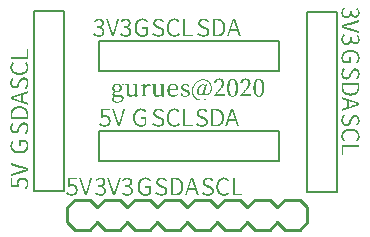
<source format=gto>
G04 Layer: TopSilkLayer*
G04 EasyEDA v6.3.22, 2020-01-02T15:01:47+01:00*
G04 c4e2bc18f26c4d9383367568540c3147,ba5f4a7848fa453cbffb73795f9272bb,10*
G04 Gerber Generator version 0.2*
G04 Scale: 100 percent, Rotated: No, Reflected: No *
G04 Dimensions in inches *
G04 leading zeros omitted , absolute positions ,2 integer and 4 decimal *
%FSLAX24Y24*%
%MOIN*%
G90*
G70D02*

%ADD10C,0.010000*%
%ADD14C,0.008000*%
%ADD15C,0.007992*%

%LPD*%
G54D14*
G01X900Y2500D02*
G01X900Y1750D01*
G01X1900Y1750D01*
G01X1900Y7750D01*
G01X900Y7750D01*
G54D15*
G01X900Y7750D02*
G01X900Y2500D01*
G54D14*
G01X3800Y3750D02*
G01X3050Y3750D01*
G01X3050Y2750D01*
G01X9050Y2750D01*
G01X9050Y3750D01*
G54D15*
G01X9050Y3750D02*
G01X3800Y3750D01*
G54D14*
G01X11000Y6950D02*
G01X11000Y7700D01*
G01X10000Y7700D01*
G01X10000Y1700D01*
G01X11000Y1700D01*
G54D15*
G01X11000Y1700D02*
G01X11000Y6950D01*
G54D14*
G01X3800Y6750D02*
G01X3050Y6750D01*
G01X3050Y5750D01*
G01X9050Y5750D01*
G01X9050Y6750D01*
G54D15*
G01X9050Y6750D02*
G01X3800Y6750D01*
G54D10*
G01X2000Y700D02*
G01X2000Y1200D01*
G01X8999Y1200D02*
G01X9249Y1450D01*
G01X9749Y1450D01*
G01X9999Y1200D01*
G01X9999Y700D02*
G01X9999Y1200D01*
G01X1999Y700D02*
G01X2249Y450D01*
G01X2749Y450D01*
G01X2999Y700D01*
G01X1999Y1200D02*
G01X2249Y1450D01*
G01X2749Y1450D01*
G01X2999Y1200D01*
G01X2999Y700D02*
G01X3249Y450D01*
G01X3749Y450D01*
G01X3999Y700D01*
G01X2999Y1200D02*
G01X3249Y1450D01*
G01X3749Y1450D01*
G01X3999Y1200D01*
G01X3999Y700D02*
G01X4249Y450D01*
G01X4749Y450D01*
G01X4999Y700D01*
G01X3999Y1200D02*
G01X4249Y1450D01*
G01X4749Y1450D01*
G01X4999Y1200D01*
G01X4999Y700D02*
G01X5249Y450D01*
G01X5749Y450D01*
G01X5999Y700D01*
G01X4999Y1200D02*
G01X5249Y1450D01*
G01X5749Y1450D01*
G01X5999Y1200D01*
G01X5999Y700D02*
G01X6249Y450D01*
G01X6749Y450D01*
G01X6999Y700D01*
G01X5999Y1200D02*
G01X6249Y1450D01*
G01X6749Y1450D01*
G01X6999Y1200D01*
G01X6999Y700D02*
G01X7249Y450D01*
G01X7749Y450D01*
G01X7999Y700D01*
G01X6999Y1200D02*
G01X7249Y1450D01*
G01X7749Y1450D01*
G01X7999Y1200D01*
G01X7999Y700D02*
G01X8249Y450D01*
G01X8749Y450D01*
G01X8999Y700D01*
G01X7999Y1200D02*
G01X8249Y1450D01*
G01X8749Y1450D01*
G01X8999Y1200D01*
G01X8999Y700D02*
G01X9249Y450D01*
G01X9749Y450D01*
G01X9999Y700D01*

%LPD*%
G36*
G01X11272Y5821D02*
G01X11227Y5861D01*
G01X11207Y5842D01*
G01X11190Y5820D01*
G01X11175Y5797D01*
G01X11163Y5772D01*
G01X11153Y5746D01*
G01X11146Y5718D01*
G01X11141Y5688D01*
G01X11139Y5657D01*
G01X11141Y5628D01*
G01X11145Y5601D01*
G01X11152Y5576D01*
G01X11161Y5553D01*
G01X11173Y5533D01*
G01X11187Y5515D01*
G01X11203Y5499D01*
G01X11220Y5486D01*
G01X11239Y5475D01*
G01X11260Y5468D01*
G01X11281Y5463D01*
G01X11303Y5461D01*
G01X11334Y5464D01*
G01X11360Y5471D01*
G01X11384Y5482D01*
G01X11403Y5497D01*
G01X11420Y5515D01*
G01X11435Y5535D01*
G01X11448Y5558D01*
G01X11460Y5582D01*
G01X11496Y5667D01*
G01X11503Y5685D01*
G01X11511Y5702D01*
G01X11521Y5718D01*
G01X11531Y5733D01*
G01X11544Y5746D01*
G01X11559Y5757D01*
G01X11577Y5763D01*
G01X11597Y5765D01*
G01X11617Y5763D01*
G01X11635Y5757D01*
G01X11650Y5747D01*
G01X11663Y5734D01*
G01X11673Y5717D01*
G01X11681Y5698D01*
G01X11686Y5676D01*
G01X11688Y5651D01*
G01X11686Y5631D01*
G01X11684Y5612D01*
G01X11679Y5594D01*
G01X11672Y5576D01*
G01X11664Y5560D01*
G01X11655Y5545D01*
G01X11644Y5530D01*
G01X11631Y5517D01*
G01X11673Y5482D01*
G01X11689Y5498D01*
G01X11702Y5515D01*
G01X11715Y5534D01*
G01X11725Y5555D01*
G01X11734Y5578D01*
G01X11740Y5601D01*
G01X11744Y5626D01*
G01X11746Y5651D01*
G01X11744Y5677D01*
G01X11740Y5701D01*
G01X11734Y5724D01*
G01X11726Y5745D01*
G01X11715Y5764D01*
G01X11702Y5781D01*
G01X11688Y5796D01*
G01X11672Y5809D01*
G01X11654Y5819D01*
G01X11635Y5826D01*
G01X11614Y5831D01*
G01X11593Y5832D01*
G01X11563Y5830D01*
G01X11537Y5821D01*
G01X11514Y5809D01*
G01X11495Y5793D01*
G01X11479Y5775D01*
G01X11465Y5755D01*
G01X11453Y5734D01*
G01X11443Y5713D01*
G01X11406Y5628D01*
G01X11397Y5608D01*
G01X11388Y5589D01*
G01X11378Y5572D01*
G01X11367Y5557D01*
G01X11354Y5545D01*
G01X11339Y5536D01*
G01X11320Y5530D01*
G01X11298Y5528D01*
G01X11277Y5531D01*
G01X11257Y5538D01*
G01X11240Y5548D01*
G01X11226Y5563D01*
G01X11214Y5582D01*
G01X11205Y5603D01*
G01X11199Y5629D01*
G01X11197Y5657D01*
G01X11199Y5680D01*
G01X11203Y5703D01*
G01X11209Y5725D01*
G01X11218Y5747D01*
G01X11228Y5767D01*
G01X11241Y5786D01*
G01X11256Y5805D01*
G01X11272Y5821D01*
G37*

%LPD*%
G36*
G01X11735Y5344D02*
G01X11150Y5344D01*
G01X11150Y5171D01*
G01X11153Y5147D01*
G01X11157Y5123D01*
G01X11163Y5101D01*
G01X11170Y5080D01*
G01X11178Y5061D01*
G01X11189Y5043D01*
G01X11200Y5026D01*
G01X11214Y5010D01*
G01X11228Y4996D01*
G01X11244Y4983D01*
G01X11261Y4971D01*
G01X11280Y4961D01*
G01X11300Y4951D01*
G01X11321Y4944D01*
G01X11343Y4938D01*
G01X11367Y4933D01*
G01X11392Y4929D01*
G01X11418Y4927D01*
G01X11444Y4926D01*
G01X11472Y4927D01*
G01X11497Y4929D01*
G01X11522Y4933D01*
G01X11546Y4938D01*
G01X11568Y4944D01*
G01X11589Y4952D01*
G01X11608Y4961D01*
G01X11627Y4971D01*
G01X11643Y4983D01*
G01X11659Y4996D01*
G01X11673Y5011D01*
G01X11686Y5026D01*
G01X11697Y5044D01*
G01X11707Y5062D01*
G01X11716Y5082D01*
G01X11723Y5103D01*
G01X11728Y5125D01*
G01X11732Y5149D01*
G01X11735Y5174D01*
G01X11735Y5344D01*
G37*

%LPC*%
G36*
G01X11681Y5278D02*
G01X11203Y5278D01*
G01X11203Y5205D01*
G01X11205Y5180D01*
G01X11208Y5156D01*
G01X11213Y5133D01*
G01X11220Y5113D01*
G01X11229Y5094D01*
G01X11240Y5076D01*
G01X11253Y5061D01*
G01X11268Y5047D01*
G01X11285Y5034D01*
G01X11303Y5024D01*
G01X11322Y5015D01*
G01X11344Y5007D01*
G01X11367Y5002D01*
G01X11391Y4998D01*
G01X11417Y4995D01*
G01X11444Y4994D01*
G01X11472Y4995D01*
G01X11498Y4998D01*
G01X11522Y5002D01*
G01X11545Y5007D01*
G01X11566Y5015D01*
G01X11585Y5024D01*
G01X11603Y5034D01*
G01X11619Y5047D01*
G01X11633Y5061D01*
G01X11645Y5076D01*
G01X11656Y5094D01*
G01X11665Y5113D01*
G01X11672Y5133D01*
G01X11677Y5156D01*
G01X11680Y5180D01*
G01X11681Y5205D01*
G01X11681Y5278D01*
G37*

%LPD*%
G36*
G01X11735Y4684D02*
G01X11150Y4884D01*
G01X11150Y4817D01*
G01X11335Y4757D01*
G01X11335Y4540D01*
G01X11150Y4482D01*
G01X11150Y4411D01*
G01X11735Y4611D01*
G01X11735Y4684D01*
G37*

%LPC*%
G36*
G01X11481Y4711D02*
G01X11386Y4742D01*
G01X11386Y4557D01*
G01X11481Y4586D01*
G01X11506Y4595D01*
G01X11531Y4603D01*
G01X11555Y4611D01*
G01X11580Y4618D01*
G01X11604Y4626D01*
G01X11654Y4640D01*
G01X11680Y4648D01*
G01X11680Y4651D01*
G01X11654Y4658D01*
G01X11604Y4672D01*
G01X11579Y4680D01*
G01X11531Y4695D01*
G01X11481Y4711D01*
G37*

%LPD*%

%LPD*%
G36*
G01X11272Y4271D02*
G01X11227Y4311D01*
G01X11207Y4292D01*
G01X11190Y4270D01*
G01X11175Y4247D01*
G01X11163Y4222D01*
G01X11153Y4196D01*
G01X11146Y4168D01*
G01X11141Y4138D01*
G01X11139Y4107D01*
G01X11141Y4078D01*
G01X11145Y4051D01*
G01X11152Y4026D01*
G01X11161Y4003D01*
G01X11173Y3983D01*
G01X11187Y3965D01*
G01X11203Y3949D01*
G01X11220Y3936D01*
G01X11239Y3925D01*
G01X11260Y3918D01*
G01X11281Y3913D01*
G01X11303Y3911D01*
G01X11334Y3914D01*
G01X11360Y3921D01*
G01X11384Y3932D01*
G01X11403Y3947D01*
G01X11420Y3965D01*
G01X11435Y3985D01*
G01X11448Y4008D01*
G01X11460Y4032D01*
G01X11496Y4117D01*
G01X11503Y4135D01*
G01X11511Y4152D01*
G01X11521Y4168D01*
G01X11531Y4183D01*
G01X11544Y4196D01*
G01X11559Y4207D01*
G01X11577Y4213D01*
G01X11597Y4215D01*
G01X11617Y4213D01*
G01X11635Y4207D01*
G01X11650Y4197D01*
G01X11663Y4184D01*
G01X11673Y4167D01*
G01X11681Y4148D01*
G01X11686Y4126D01*
G01X11688Y4101D01*
G01X11686Y4081D01*
G01X11684Y4062D01*
G01X11679Y4044D01*
G01X11672Y4026D01*
G01X11664Y4010D01*
G01X11655Y3995D01*
G01X11644Y3980D01*
G01X11631Y3967D01*
G01X11673Y3932D01*
G01X11689Y3948D01*
G01X11702Y3965D01*
G01X11715Y3984D01*
G01X11725Y4005D01*
G01X11734Y4028D01*
G01X11740Y4051D01*
G01X11744Y4076D01*
G01X11746Y4101D01*
G01X11744Y4127D01*
G01X11740Y4151D01*
G01X11734Y4174D01*
G01X11726Y4195D01*
G01X11715Y4214D01*
G01X11702Y4231D01*
G01X11688Y4246D01*
G01X11672Y4259D01*
G01X11654Y4269D01*
G01X11635Y4276D01*
G01X11614Y4281D01*
G01X11593Y4282D01*
G01X11563Y4280D01*
G01X11537Y4271D01*
G01X11514Y4259D01*
G01X11495Y4243D01*
G01X11479Y4225D01*
G01X11465Y4205D01*
G01X11453Y4184D01*
G01X11443Y4163D01*
G01X11406Y4078D01*
G01X11397Y4058D01*
G01X11388Y4039D01*
G01X11378Y4022D01*
G01X11367Y4007D01*
G01X11354Y3995D01*
G01X11339Y3986D01*
G01X11320Y3980D01*
G01X11298Y3978D01*
G01X11277Y3981D01*
G01X11257Y3988D01*
G01X11240Y3998D01*
G01X11226Y4013D01*
G01X11214Y4032D01*
G01X11205Y4053D01*
G01X11199Y4079D01*
G01X11197Y4107D01*
G01X11199Y4130D01*
G01X11203Y4153D01*
G01X11209Y4175D01*
G01X11218Y4197D01*
G01X11228Y4217D01*
G01X11241Y4236D01*
G01X11256Y4255D01*
G01X11272Y4271D01*
G37*

%LPD*%
G36*
G01X11470Y3828D02*
G01X11414Y3828D01*
G01X11388Y3825D01*
G01X11362Y3821D01*
G01X11338Y3816D01*
G01X11315Y3809D01*
G01X11293Y3801D01*
G01X11273Y3792D01*
G01X11254Y3782D01*
G01X11236Y3770D01*
G01X11220Y3757D01*
G01X11205Y3743D01*
G01X11192Y3728D01*
G01X11180Y3712D01*
G01X11169Y3695D01*
G01X11160Y3677D01*
G01X11153Y3658D01*
G01X11147Y3639D01*
G01X11143Y3619D01*
G01X11140Y3598D01*
G01X11139Y3576D01*
G01X11141Y3549D01*
G01X11145Y3523D01*
G01X11152Y3499D01*
G01X11161Y3476D01*
G01X11173Y3455D01*
G01X11188Y3435D01*
G01X11204Y3416D01*
G01X11223Y3398D01*
G01X11264Y3436D01*
G01X11249Y3450D01*
G01X11236Y3465D01*
G01X11225Y3481D01*
G01X11215Y3497D01*
G01X11207Y3515D01*
G01X11202Y3533D01*
G01X11199Y3553D01*
G01X11197Y3573D01*
G01X11199Y3594D01*
G01X11202Y3615D01*
G01X11207Y3634D01*
G01X11215Y3651D01*
G01X11224Y3668D01*
G01X11235Y3683D01*
G01X11249Y3697D01*
G01X11264Y3710D01*
G01X11281Y3721D01*
G01X11299Y3732D01*
G01X11319Y3740D01*
G01X11341Y3748D01*
G01X11365Y3753D01*
G01X11389Y3757D01*
G01X11416Y3760D01*
G01X11443Y3761D01*
G01X11471Y3760D01*
G01X11497Y3757D01*
G01X11522Y3753D01*
G01X11545Y3747D01*
G01X11567Y3740D01*
G01X11587Y3731D01*
G01X11606Y3721D01*
G01X11622Y3709D01*
G01X11637Y3696D01*
G01X11650Y3681D01*
G01X11661Y3666D01*
G01X11671Y3649D01*
G01X11678Y3631D01*
G01X11683Y3612D01*
G01X11686Y3592D01*
G01X11688Y3571D01*
G01X11683Y3535D01*
G01X11672Y3502D01*
G01X11654Y3474D01*
G01X11631Y3450D01*
G01X11675Y3413D01*
G01X11688Y3426D01*
G01X11701Y3442D01*
G01X11713Y3459D01*
G01X11724Y3478D01*
G01X11733Y3499D01*
G01X11740Y3521D01*
G01X11744Y3546D01*
G01X11746Y3571D01*
G01X11745Y3593D01*
G01X11742Y3615D01*
G01X11738Y3635D01*
G01X11732Y3655D01*
G01X11725Y3674D01*
G01X11715Y3692D01*
G01X11705Y3709D01*
G01X11693Y3726D01*
G01X11680Y3741D01*
G01X11648Y3769D01*
G01X11630Y3781D01*
G01X11611Y3792D01*
G01X11591Y3801D01*
G01X11569Y3809D01*
G01X11546Y3816D01*
G01X11522Y3821D01*
G01X11497Y3825D01*
G01X11470Y3828D01*
G37*

%LPD*%
G36*
G01X11735Y3288D02*
G01X11150Y3288D01*
G01X11150Y2961D01*
G01X11206Y2961D01*
G01X11206Y3221D01*
G01X11735Y3221D01*
G01X11735Y3288D01*
G37*

%LPD*%

%LPD*%
G36*
G01X11470Y6452D02*
G01X11443Y6453D01*
G01X11415Y6452D01*
G01X11388Y6449D01*
G01X11362Y6445D01*
G01X11338Y6440D01*
G01X11315Y6433D01*
G01X11293Y6425D01*
G01X11273Y6416D01*
G01X11254Y6405D01*
G01X11236Y6393D01*
G01X11220Y6379D01*
G01X11205Y6365D01*
G01X11191Y6349D01*
G01X11179Y6333D01*
G01X11169Y6315D01*
G01X11160Y6297D01*
G01X11153Y6277D01*
G01X11147Y6257D01*
G01X11143Y6236D01*
G01X11140Y6214D01*
G01X11139Y6192D01*
G01X11141Y6163D01*
G01X11144Y6136D01*
G01X11150Y6110D01*
G01X11158Y6087D01*
G01X11168Y6065D01*
G01X11180Y6045D01*
G01X11192Y6028D01*
G01X11206Y6013D01*
G01X11450Y6013D01*
G01X11450Y6201D01*
G01X11394Y6201D01*
G01X11394Y6073D01*
G01X11235Y6073D01*
G01X11219Y6095D01*
G01X11207Y6122D01*
G01X11200Y6153D01*
G01X11197Y6186D01*
G01X11199Y6209D01*
G01X11202Y6231D01*
G01X11207Y6251D01*
G01X11215Y6270D01*
G01X11224Y6288D01*
G01X11236Y6304D01*
G01X11249Y6319D01*
G01X11264Y6333D01*
G01X11281Y6345D01*
G01X11299Y6355D01*
G01X11320Y6364D01*
G01X11341Y6371D01*
G01X11365Y6377D01*
G01X11390Y6381D01*
G01X11416Y6384D01*
G01X11471Y6384D01*
G01X11497Y6381D01*
G01X11522Y6377D01*
G01X11545Y6370D01*
G01X11567Y6363D01*
G01X11587Y6353D01*
G01X11605Y6343D01*
G01X11622Y6330D01*
G01X11637Y6317D01*
G01X11650Y6302D01*
G01X11661Y6285D01*
G01X11671Y6268D01*
G01X11678Y6249D01*
G01X11683Y6229D01*
G01X11686Y6208D01*
G01X11688Y6186D01*
G01X11683Y6144D01*
G01X11671Y6109D01*
G01X11653Y6080D01*
G01X11631Y6057D01*
G01X11675Y6019D01*
G01X11687Y6033D01*
G01X11700Y6049D01*
G01X11712Y6066D01*
G01X11723Y6085D01*
G01X11732Y6107D01*
G01X11739Y6131D01*
G01X11744Y6157D01*
G01X11746Y6186D01*
G01X11745Y6209D01*
G01X11742Y6232D01*
G01X11738Y6253D01*
G01X11732Y6274D01*
G01X11725Y6293D01*
G01X11716Y6312D01*
G01X11705Y6330D01*
G01X11693Y6347D01*
G01X11679Y6363D01*
G01X11664Y6378D01*
G01X11648Y6391D01*
G01X11630Y6404D01*
G01X11611Y6415D01*
G01X11591Y6424D01*
G01X11569Y6433D01*
G01X11546Y6440D01*
G01X11522Y6445D01*
G01X11497Y6449D01*
G01X11470Y6452D01*
G37*

%LPD*%

%LPD*%
G36*
G01X11261Y7842D02*
G01X11219Y7876D01*
G01X11204Y7860D01*
G01X11190Y7843D01*
G01X11176Y7824D01*
G01X11164Y7803D01*
G01X11154Y7779D01*
G01X11146Y7752D01*
G01X11141Y7722D01*
G01X11139Y7690D01*
G01X11141Y7665D01*
G01X11144Y7640D01*
G01X11151Y7618D01*
G01X11160Y7596D01*
G01X11170Y7577D01*
G01X11184Y7559D01*
G01X11199Y7544D01*
G01X11216Y7530D01*
G01X11236Y7520D01*
G01X11257Y7512D01*
G01X11280Y7507D01*
G01X11306Y7505D01*
G01X11335Y7508D01*
G01X11361Y7515D01*
G01X11384Y7527D01*
G01X11405Y7542D01*
G01X11422Y7561D01*
G01X11437Y7582D01*
G01X11448Y7605D01*
G01X11456Y7630D01*
G01X11459Y7630D01*
G01X11468Y7608D01*
G01X11480Y7588D01*
G01X11494Y7570D01*
G01X11510Y7555D01*
G01X11529Y7542D01*
G01X11551Y7533D01*
G01X11574Y7528D01*
G01X11601Y7526D01*
G01X11623Y7527D01*
G01X11643Y7531D01*
G01X11662Y7538D01*
G01X11679Y7548D01*
G01X11694Y7559D01*
G01X11707Y7573D01*
G01X11719Y7589D01*
G01X11728Y7607D01*
G01X11736Y7626D01*
G01X11741Y7647D01*
G01X11744Y7669D01*
G01X11746Y7692D01*
G01X11744Y7717D01*
G01X11740Y7740D01*
G01X11734Y7761D01*
G01X11726Y7782D01*
G01X11704Y7820D01*
G01X11691Y7837D01*
G01X11677Y7853D01*
G01X11635Y7817D01*
G01X11657Y7792D01*
G01X11676Y7762D01*
G01X11688Y7730D01*
G01X11693Y7694D01*
G01X11690Y7672D01*
G01X11685Y7652D01*
G01X11677Y7634D01*
G01X11665Y7620D01*
G01X11652Y7608D01*
G01X11635Y7600D01*
G01X11616Y7594D01*
G01X11596Y7592D01*
G01X11580Y7593D01*
G01X11564Y7596D01*
G01X11550Y7601D01*
G01X11536Y7608D01*
G01X11524Y7617D01*
G01X11513Y7629D01*
G01X11503Y7643D01*
G01X11495Y7660D01*
G01X11489Y7680D01*
G01X11484Y7703D01*
G01X11481Y7728D01*
G01X11480Y7757D01*
G01X11428Y7757D01*
G01X11427Y7725D01*
G01X11425Y7696D01*
G01X11420Y7671D01*
G01X11413Y7649D01*
G01X11405Y7630D01*
G01X11395Y7613D01*
G01X11384Y7600D01*
G01X11371Y7590D01*
G01X11357Y7582D01*
G01X11342Y7576D01*
G01X11325Y7573D01*
G01X11307Y7571D01*
G01X11282Y7574D01*
G01X11260Y7580D01*
G01X11241Y7591D01*
G01X11224Y7606D01*
G01X11211Y7624D01*
G01X11202Y7644D01*
G01X11196Y7668D01*
G01X11193Y7694D01*
G01X11195Y7719D01*
G01X11199Y7741D01*
G01X11206Y7762D01*
G01X11214Y7781D01*
G01X11225Y7798D01*
G01X11236Y7814D01*
G01X11248Y7828D01*
G01X11261Y7842D01*
G37*

%LPD*%
G36*
G01X11735Y7390D02*
G01X11735Y7459D01*
G01X11150Y7271D01*
G01X11150Y7194D01*
G01X11735Y7007D01*
G01X11735Y7075D01*
G01X11411Y7171D01*
G01X11386Y7180D01*
G01X11338Y7194D01*
G01X11315Y7201D01*
G01X11292Y7207D01*
G01X11244Y7221D01*
G01X11218Y7230D01*
G01X11218Y7234D01*
G01X11244Y7242D01*
G01X11292Y7256D01*
G01X11315Y7262D01*
G01X11338Y7269D01*
G01X11386Y7283D01*
G01X11411Y7290D01*
G01X11735Y7390D01*
G37*

%LPD*%
G36*
G01X11261Y6950D02*
G01X11219Y6982D01*
G01X11204Y6968D01*
G01X11190Y6951D01*
G01X11176Y6932D01*
G01X11164Y6910D01*
G01X11154Y6886D01*
G01X11146Y6859D01*
G01X11141Y6830D01*
G01X11139Y6798D01*
G01X11141Y6772D01*
G01X11144Y6748D01*
G01X11151Y6725D01*
G01X11160Y6704D01*
G01X11170Y6684D01*
G01X11184Y6667D01*
G01X11199Y6651D01*
G01X11216Y6638D01*
G01X11236Y6628D01*
G01X11257Y6620D01*
G01X11280Y6615D01*
G01X11306Y6613D01*
G01X11335Y6616D01*
G01X11361Y6623D01*
G01X11384Y6635D01*
G01X11405Y6650D01*
G01X11422Y6668D01*
G01X11437Y6690D01*
G01X11448Y6713D01*
G01X11456Y6738D01*
G01X11459Y6738D01*
G01X11468Y6715D01*
G01X11480Y6695D01*
G01X11494Y6677D01*
G01X11510Y6662D01*
G01X11529Y6650D01*
G01X11551Y6641D01*
G01X11574Y6636D01*
G01X11601Y6634D01*
G01X11623Y6635D01*
G01X11643Y6639D01*
G01X11662Y6646D01*
G01X11679Y6655D01*
G01X11694Y6667D01*
G01X11707Y6680D01*
G01X11719Y6696D01*
G01X11728Y6714D01*
G01X11736Y6733D01*
G01X11741Y6754D01*
G01X11744Y6776D01*
G01X11746Y6800D01*
G01X11744Y6824D01*
G01X11740Y6847D01*
G01X11734Y6869D01*
G01X11726Y6889D01*
G01X11715Y6909D01*
G01X11704Y6927D01*
G01X11691Y6945D01*
G01X11677Y6961D01*
G01X11635Y6926D01*
G01X11657Y6899D01*
G01X11676Y6869D01*
G01X11688Y6836D01*
G01X11693Y6801D01*
G01X11690Y6779D01*
G01X11685Y6759D01*
G01X11677Y6742D01*
G01X11665Y6727D01*
G01X11652Y6715D01*
G01X11635Y6707D01*
G01X11616Y6701D01*
G01X11596Y6700D01*
G01X11580Y6700D01*
G01X11564Y6703D01*
G01X11550Y6708D01*
G01X11536Y6715D01*
G01X11524Y6724D01*
G01X11513Y6736D01*
G01X11503Y6750D01*
G01X11495Y6767D01*
G01X11489Y6787D01*
G01X11484Y6809D01*
G01X11481Y6836D01*
G01X11480Y6865D01*
G01X11428Y6865D01*
G01X11427Y6832D01*
G01X11425Y6803D01*
G01X11420Y6778D01*
G01X11413Y6756D01*
G01X11405Y6737D01*
G01X11395Y6721D01*
G01X11384Y6707D01*
G01X11371Y6696D01*
G01X11357Y6688D01*
G01X11342Y6683D01*
G01X11325Y6680D01*
G01X11307Y6678D01*
G01X11282Y6681D01*
G01X11260Y6688D01*
G01X11241Y6698D01*
G01X11224Y6713D01*
G01X11211Y6731D01*
G01X11202Y6752D01*
G01X11196Y6776D01*
G01X11193Y6801D01*
G01X11195Y6826D01*
G01X11199Y6849D01*
G01X11206Y6869D01*
G01X11214Y6888D01*
G01X11225Y6905D01*
G01X11236Y6921D01*
G01X11248Y6936D01*
G01X11261Y6950D01*
G37*

%LPD*%

%LPD*%
G36*
G01X700Y5017D02*
G01X700Y5088D01*
G01X113Y4888D01*
G01X113Y4815D01*
G01X700Y4615D01*
G01X700Y4682D01*
G01X515Y4742D01*
G01X515Y4959D01*
G01X700Y5017D01*
G37*

%LPC*%
G36*
G01X463Y4757D02*
G01X463Y4942D01*
G01X367Y4913D01*
G01X343Y4904D01*
G01X318Y4896D01*
G01X294Y4888D01*
G01X269Y4881D01*
G01X245Y4873D01*
G01X195Y4859D01*
G01X169Y4851D01*
G01X169Y4848D01*
G01X195Y4841D01*
G01X245Y4827D01*
G01X270Y4819D01*
G01X319Y4804D01*
G01X367Y4788D01*
G01X463Y4757D01*
G37*

%LPD*%
G36*
G01X432Y4572D02*
G01X405Y4573D01*
G01X378Y4572D01*
G01X352Y4570D01*
G01X327Y4566D01*
G01X303Y4561D01*
G01X282Y4555D01*
G01X261Y4547D01*
G01X241Y4538D01*
G01X223Y4528D01*
G01X206Y4516D01*
G01X190Y4503D01*
G01X176Y4488D01*
G01X163Y4473D01*
G01X151Y4455D01*
G01X142Y4437D01*
G01X133Y4417D01*
G01X126Y4396D01*
G01X121Y4374D01*
G01X117Y4350D01*
G01X114Y4325D01*
G01X113Y4298D01*
G01X113Y4155D01*
G01X700Y4155D01*
G01X700Y4301D01*
G01X699Y4328D01*
G01X696Y4352D01*
G01X692Y4376D01*
G01X686Y4398D01*
G01X679Y4419D01*
G01X671Y4438D01*
G01X660Y4456D01*
G01X649Y4473D01*
G01X636Y4489D01*
G01X621Y4503D01*
G01X605Y4516D01*
G01X588Y4528D01*
G01X569Y4538D01*
G01X549Y4548D01*
G01X528Y4555D01*
G01X506Y4561D01*
G01X482Y4566D01*
G01X457Y4570D01*
G01X432Y4572D01*
G37*

%LPC*%
G36*
G01X432Y4504D02*
G01X405Y4505D01*
G01X377Y4504D01*
G01X351Y4501D01*
G01X327Y4497D01*
G01X304Y4492D01*
G01X283Y4484D01*
G01X264Y4475D01*
G01X246Y4465D01*
G01X230Y4452D01*
G01X216Y4438D01*
G01X204Y4423D01*
G01X193Y4405D01*
G01X184Y4386D01*
G01X178Y4366D01*
G01X173Y4343D01*
G01X169Y4319D01*
G01X169Y4221D01*
G01X646Y4221D01*
G01X646Y4294D01*
G01X644Y4319D01*
G01X641Y4343D01*
G01X636Y4366D01*
G01X629Y4386D01*
G01X620Y4405D01*
G01X609Y4423D01*
G01X596Y4438D01*
G01X581Y4452D01*
G01X565Y4465D01*
G01X546Y4475D01*
G01X526Y4484D01*
G01X505Y4492D01*
G01X482Y4497D01*
G01X458Y4501D01*
G01X432Y4504D01*
G37*

%LPD*%
G36*
G01X568Y4036D02*
G01X546Y4038D01*
G01X515Y4035D01*
G01X488Y4028D01*
G01X465Y4017D01*
G01X446Y4002D01*
G01X429Y3984D01*
G01X414Y3964D01*
G01X401Y3941D01*
G01X390Y3917D01*
G01X353Y3832D01*
G01X346Y3814D01*
G01X338Y3797D01*
G01X328Y3781D01*
G01X317Y3766D01*
G01X305Y3753D01*
G01X290Y3742D01*
G01X272Y3736D01*
G01X251Y3734D01*
G01X232Y3736D01*
G01X214Y3742D01*
G01X199Y3752D01*
G01X186Y3765D01*
G01X176Y3782D01*
G01X168Y3801D01*
G01X163Y3823D01*
G01X161Y3848D01*
G01X163Y3868D01*
G01X165Y3887D01*
G01X170Y3905D01*
G01X177Y3923D01*
G01X185Y3939D01*
G01X194Y3954D01*
G01X205Y3969D01*
G01X217Y3982D01*
G01X176Y4017D01*
G01X160Y4001D01*
G01X146Y3984D01*
G01X134Y3965D01*
G01X124Y3944D01*
G01X115Y3921D01*
G01X109Y3898D01*
G01X105Y3873D01*
G01X103Y3848D01*
G01X105Y3822D01*
G01X109Y3798D01*
G01X115Y3775D01*
G01X123Y3754D01*
G01X134Y3735D01*
G01X147Y3718D01*
G01X161Y3703D01*
G01X177Y3690D01*
G01X195Y3680D01*
G01X214Y3673D01*
G01X235Y3668D01*
G01X257Y3667D01*
G01X286Y3669D01*
G01X312Y3678D01*
G01X335Y3690D01*
G01X354Y3706D01*
G01X370Y3724D01*
G01X384Y3744D01*
G01X396Y3765D01*
G01X405Y3786D01*
G01X442Y3871D01*
G01X452Y3891D01*
G01X461Y3910D01*
G01X471Y3927D01*
G01X482Y3942D01*
G01X495Y3954D01*
G01X511Y3963D01*
G01X529Y3969D01*
G01X551Y3971D01*
G01X572Y3968D01*
G01X592Y3961D01*
G01X609Y3951D01*
G01X623Y3936D01*
G01X635Y3917D01*
G01X644Y3896D01*
G01X650Y3870D01*
G01X651Y3842D01*
G01X650Y3819D01*
G01X646Y3796D01*
G01X640Y3774D01*
G01X631Y3752D01*
G01X621Y3732D01*
G01X608Y3713D01*
G01X594Y3694D01*
G01X578Y3678D01*
G01X623Y3638D01*
G01X642Y3657D01*
G01X659Y3679D01*
G01X674Y3702D01*
G01X686Y3727D01*
G01X696Y3753D01*
G01X703Y3781D01*
G01X708Y3811D01*
G01X709Y3842D01*
G01X708Y3871D01*
G01X704Y3898D01*
G01X697Y3923D01*
G01X688Y3946D01*
G01X676Y3966D01*
G01X662Y3984D01*
G01X646Y4000D01*
G01X629Y4013D01*
G01X610Y4024D01*
G01X590Y4031D01*
G01X568Y4036D01*
G37*

%LPD*%

%LPD*%
G36*
G01X700Y6488D02*
G01X644Y6488D01*
G01X644Y6228D01*
G01X113Y6228D01*
G01X113Y6161D01*
G01X700Y6161D01*
G01X700Y6488D01*
G37*

%LPD*%
G36*
G01X645Y6033D02*
G01X626Y6051D01*
G01X584Y6013D01*
G01X600Y5999D01*
G01X613Y5984D01*
G01X625Y5968D01*
G01X634Y5952D01*
G01X642Y5934D01*
G01X647Y5916D01*
G01X650Y5896D01*
G01X651Y5876D01*
G01X650Y5855D01*
G01X647Y5834D01*
G01X642Y5815D01*
G01X634Y5798D01*
G01X625Y5781D01*
G01X613Y5766D01*
G01X600Y5752D01*
G01X585Y5739D01*
G01X568Y5728D01*
G01X550Y5717D01*
G01X530Y5709D01*
G01X508Y5701D01*
G01X484Y5696D01*
G01X459Y5692D01*
G01X433Y5689D01*
G01X405Y5688D01*
G01X378Y5689D01*
G01X352Y5692D01*
G01X327Y5696D01*
G01X304Y5702D01*
G01X282Y5709D01*
G01X262Y5718D01*
G01X244Y5728D01*
G01X227Y5740D01*
G01X212Y5753D01*
G01X199Y5768D01*
G01X188Y5783D01*
G01X178Y5800D01*
G01X171Y5818D01*
G01X166Y5837D01*
G01X163Y5857D01*
G01X161Y5878D01*
G01X166Y5914D01*
G01X177Y5947D01*
G01X195Y5975D01*
G01X217Y6000D01*
G01X175Y6036D01*
G01X161Y6023D01*
G01X148Y6007D01*
G01X136Y5990D01*
G01X125Y5971D01*
G01X116Y5950D01*
G01X109Y5928D01*
G01X105Y5903D01*
G01X103Y5878D01*
G01X104Y5856D01*
G01X107Y5834D01*
G01X111Y5814D01*
G01X117Y5794D01*
G01X125Y5775D01*
G01X134Y5757D01*
G01X144Y5740D01*
G01X156Y5723D01*
G01X169Y5708D01*
G01X184Y5694D01*
G01X201Y5680D01*
G01X219Y5668D01*
G01X238Y5657D01*
G01X258Y5648D01*
G01X280Y5640D01*
G01X303Y5633D01*
G01X327Y5628D01*
G01X352Y5624D01*
G01X379Y5621D01*
G01X434Y5621D01*
G01X461Y5624D01*
G01X487Y5628D01*
G01X511Y5633D01*
G01X534Y5640D01*
G01X556Y5648D01*
G01X576Y5657D01*
G01X595Y5667D01*
G01X613Y5679D01*
G01X629Y5692D01*
G01X644Y5706D01*
G01X657Y5721D01*
G01X669Y5737D01*
G01X680Y5754D01*
G01X689Y5772D01*
G01X696Y5791D01*
G01X702Y5810D01*
G01X706Y5830D01*
G01X709Y5851D01*
G01X709Y5873D01*
G01X708Y5900D01*
G01X704Y5926D01*
G01X697Y5950D01*
G01X688Y5973D01*
G01X676Y5994D01*
G01X661Y6014D01*
G01X645Y6033D01*
G37*

%LPD*%
G36*
G01X568Y5536D02*
G01X546Y5538D01*
G01X515Y5535D01*
G01X488Y5528D01*
G01X465Y5517D01*
G01X446Y5502D01*
G01X429Y5484D01*
G01X414Y5464D01*
G01X401Y5441D01*
G01X390Y5417D01*
G01X353Y5332D01*
G01X346Y5314D01*
G01X338Y5297D01*
G01X328Y5281D01*
G01X317Y5266D01*
G01X305Y5253D01*
G01X290Y5242D01*
G01X272Y5236D01*
G01X251Y5234D01*
G01X232Y5236D01*
G01X214Y5242D01*
G01X199Y5252D01*
G01X186Y5265D01*
G01X176Y5282D01*
G01X168Y5301D01*
G01X163Y5323D01*
G01X161Y5348D01*
G01X163Y5368D01*
G01X165Y5387D01*
G01X170Y5405D01*
G01X177Y5423D01*
G01X185Y5439D01*
G01X194Y5454D01*
G01X205Y5469D01*
G01X217Y5482D01*
G01X176Y5517D01*
G01X160Y5501D01*
G01X146Y5484D01*
G01X134Y5465D01*
G01X124Y5444D01*
G01X115Y5421D01*
G01X109Y5398D01*
G01X105Y5373D01*
G01X103Y5348D01*
G01X105Y5322D01*
G01X109Y5298D01*
G01X115Y5275D01*
G01X123Y5254D01*
G01X134Y5235D01*
G01X147Y5218D01*
G01X161Y5203D01*
G01X177Y5190D01*
G01X195Y5180D01*
G01X214Y5173D01*
G01X235Y5168D01*
G01X257Y5167D01*
G01X286Y5169D01*
G01X312Y5178D01*
G01X335Y5190D01*
G01X354Y5206D01*
G01X370Y5224D01*
G01X384Y5244D01*
G01X396Y5265D01*
G01X405Y5286D01*
G01X442Y5371D01*
G01X452Y5391D01*
G01X461Y5410D01*
G01X471Y5427D01*
G01X482Y5442D01*
G01X495Y5454D01*
G01X511Y5463D01*
G01X529Y5469D01*
G01X551Y5471D01*
G01X572Y5468D01*
G01X592Y5461D01*
G01X609Y5451D01*
G01X623Y5436D01*
G01X635Y5417D01*
G01X644Y5396D01*
G01X650Y5370D01*
G01X651Y5342D01*
G01X650Y5319D01*
G01X646Y5296D01*
G01X640Y5274D01*
G01X631Y5252D01*
G01X621Y5232D01*
G01X608Y5213D01*
G01X594Y5194D01*
G01X578Y5178D01*
G01X623Y5138D01*
G01X642Y5157D01*
G01X659Y5179D01*
G01X674Y5202D01*
G01X686Y5227D01*
G01X696Y5253D01*
G01X703Y5281D01*
G01X708Y5311D01*
G01X709Y5342D01*
G01X708Y5371D01*
G01X704Y5398D01*
G01X697Y5423D01*
G01X688Y5446D01*
G01X676Y5466D01*
G01X662Y5484D01*
G01X646Y5500D01*
G01X629Y5513D01*
G01X610Y5524D01*
G01X590Y5531D01*
G01X568Y5536D01*
G37*

%LPD*%

%LPD*%
G36*
G01X642Y3436D02*
G01X400Y3436D01*
G01X400Y3248D01*
G01X455Y3248D01*
G01X455Y3376D01*
G01X615Y3376D01*
G01X630Y3354D01*
G01X642Y3327D01*
G01X649Y3296D01*
G01X651Y3263D01*
G01X650Y3240D01*
G01X647Y3218D01*
G01X642Y3198D01*
G01X634Y3179D01*
G01X625Y3161D01*
G01X613Y3145D01*
G01X600Y3130D01*
G01X585Y3116D01*
G01X568Y3104D01*
G01X550Y3094D01*
G01X529Y3085D01*
G01X508Y3078D01*
G01X484Y3072D01*
G01X459Y3068D01*
G01X433Y3065D01*
G01X378Y3065D01*
G01X352Y3068D01*
G01X327Y3072D01*
G01X304Y3079D01*
G01X282Y3086D01*
G01X262Y3096D01*
G01X244Y3106D01*
G01X227Y3119D01*
G01X212Y3132D01*
G01X199Y3147D01*
G01X188Y3164D01*
G01X178Y3181D01*
G01X171Y3200D01*
G01X166Y3220D01*
G01X163Y3241D01*
G01X161Y3263D01*
G01X166Y3305D01*
G01X178Y3340D01*
G01X196Y3369D01*
G01X217Y3392D01*
G01X175Y3430D01*
G01X162Y3416D01*
G01X149Y3400D01*
G01X137Y3383D01*
G01X126Y3364D01*
G01X117Y3342D01*
G01X110Y3318D01*
G01X105Y3292D01*
G01X103Y3263D01*
G01X104Y3240D01*
G01X107Y3217D01*
G01X111Y3196D01*
G01X117Y3175D01*
G01X124Y3156D01*
G01X133Y3137D01*
G01X144Y3119D01*
G01X156Y3102D01*
G01X170Y3086D01*
G01X184Y3071D01*
G01X201Y3058D01*
G01X219Y3045D01*
G01X238Y3034D01*
G01X258Y3025D01*
G01X280Y3016D01*
G01X303Y3009D01*
G01X327Y3004D01*
G01X352Y3000D01*
G01X379Y2997D01*
G01X407Y2996D01*
G01X434Y2997D01*
G01X461Y3000D01*
G01X487Y3004D01*
G01X511Y3009D01*
G01X534Y3016D01*
G01X556Y3024D01*
G01X576Y3033D01*
G01X595Y3044D01*
G01X613Y3056D01*
G01X629Y3070D01*
G01X644Y3084D01*
G01X658Y3100D01*
G01X670Y3116D01*
G01X680Y3134D01*
G01X689Y3152D01*
G01X696Y3172D01*
G01X702Y3192D01*
G01X706Y3213D01*
G01X709Y3235D01*
G01X709Y3257D01*
G01X708Y3286D01*
G01X705Y3313D01*
G01X699Y3339D01*
G01X691Y3362D01*
G01X681Y3384D01*
G01X669Y3404D01*
G01X657Y3421D01*
G01X642Y3436D01*
G37*

%LPD*%

%LPD*%
G36*
G01X700Y2505D02*
G01X113Y2692D01*
G01X113Y2625D01*
G01X438Y2528D01*
G01X463Y2519D01*
G01X511Y2505D01*
G01X534Y2498D01*
G01X557Y2492D01*
G01X605Y2478D01*
G01X630Y2469D01*
G01X630Y2465D01*
G01X605Y2457D01*
G01X557Y2443D01*
G01X534Y2437D01*
G01X511Y2430D01*
G01X463Y2416D01*
G01X438Y2409D01*
G01X113Y2309D01*
G01X113Y2240D01*
G01X700Y2428D01*
G01X700Y2505D01*
G37*

%LPD*%
G36*
G01X540Y2194D02*
G01X509Y2196D01*
G01X479Y2194D01*
G01X451Y2189D01*
G01X426Y2182D01*
G01X404Y2172D01*
G01X384Y2159D01*
G01X368Y2144D01*
G01X354Y2128D01*
G01X342Y2109D01*
G01X334Y2089D01*
G01X327Y2067D01*
G01X324Y2044D01*
G01X323Y2021D01*
G01X324Y1994D01*
G01X329Y1971D01*
G01X337Y1950D01*
G01X348Y1930D01*
G01X169Y1946D01*
G01X169Y2167D01*
G01X113Y2167D01*
G01X113Y1888D01*
G01X386Y1869D01*
G01X409Y1905D01*
G01X393Y1929D01*
G01X382Y1952D01*
G01X376Y1977D01*
G01X373Y2005D01*
G01X376Y2032D01*
G01X383Y2056D01*
G01X394Y2078D01*
G01X410Y2096D01*
G01X430Y2110D01*
G01X454Y2121D01*
G01X481Y2127D01*
G01X511Y2130D01*
G01X543Y2127D01*
G01X571Y2119D01*
G01X596Y2107D01*
G01X617Y2092D01*
G01X633Y2073D01*
G01X645Y2051D01*
G01X653Y2027D01*
G01X655Y2001D01*
G01X654Y1976D01*
G01X650Y1954D01*
G01X644Y1933D01*
G01X635Y1915D01*
G01X625Y1898D01*
G01X614Y1882D01*
G01X602Y1868D01*
G01X590Y1855D01*
G01X632Y1821D01*
G01X647Y1837D01*
G01X661Y1855D01*
G01X674Y1874D01*
G01X686Y1895D01*
G01X696Y1919D01*
G01X703Y1945D01*
G01X708Y1974D01*
G01X709Y2007D01*
G01X708Y2030D01*
G01X703Y2054D01*
G01X696Y2077D01*
G01X686Y2099D01*
G01X673Y2119D01*
G01X657Y2137D01*
G01X639Y2154D01*
G01X618Y2168D01*
G01X595Y2180D01*
G01X569Y2188D01*
G01X540Y2194D01*
G37*

%LPD*%

%LPD*%
G36*
G01X5928Y7486D02*
G01X5861Y7486D01*
G01X5861Y6900D01*
G01X6188Y6900D01*
G01X6188Y6955D01*
G01X5928Y6955D01*
G01X5928Y7486D01*
G37*

%LPD*%
G36*
G01X5603Y7494D02*
G01X5577Y7496D01*
G01X5556Y7495D01*
G01X5534Y7492D01*
G01X5514Y7488D01*
G01X5494Y7482D01*
G01X5475Y7475D01*
G01X5439Y7455D01*
G01X5423Y7443D01*
G01X5408Y7430D01*
G01X5393Y7415D01*
G01X5380Y7398D01*
G01X5368Y7380D01*
G01X5357Y7361D01*
G01X5348Y7341D01*
G01X5340Y7319D01*
G01X5333Y7296D01*
G01X5328Y7272D01*
G01X5324Y7247D01*
G01X5321Y7220D01*
G01X5321Y7165D01*
G01X5324Y7138D01*
G01X5327Y7112D01*
G01X5333Y7088D01*
G01X5339Y7065D01*
G01X5347Y7043D01*
G01X5357Y7023D01*
G01X5368Y7004D01*
G01X5379Y6986D01*
G01X5392Y6970D01*
G01X5406Y6955D01*
G01X5421Y6942D01*
G01X5437Y6930D01*
G01X5454Y6919D01*
G01X5472Y6910D01*
G01X5491Y6903D01*
G01X5510Y6897D01*
G01X5530Y6893D01*
G01X5551Y6890D01*
G01X5572Y6890D01*
G01X5600Y6891D01*
G01X5626Y6895D01*
G01X5650Y6902D01*
G01X5673Y6911D01*
G01X5694Y6923D01*
G01X5714Y6938D01*
G01X5733Y6954D01*
G01X5751Y6973D01*
G01X5714Y7015D01*
G01X5699Y6999D01*
G01X5684Y6986D01*
G01X5668Y6975D01*
G01X5652Y6965D01*
G01X5634Y6957D01*
G01X5616Y6952D01*
G01X5596Y6949D01*
G01X5576Y6948D01*
G01X5555Y6949D01*
G01X5535Y6952D01*
G01X5515Y6957D01*
G01X5498Y6965D01*
G01X5481Y6974D01*
G01X5466Y6986D01*
G01X5452Y6999D01*
G01X5439Y7014D01*
G01X5427Y7031D01*
G01X5417Y7049D01*
G01X5409Y7069D01*
G01X5402Y7091D01*
G01X5396Y7115D01*
G01X5392Y7140D01*
G01X5389Y7166D01*
G01X5389Y7221D01*
G01X5392Y7247D01*
G01X5396Y7272D01*
G01X5402Y7295D01*
G01X5409Y7317D01*
G01X5418Y7337D01*
G01X5428Y7355D01*
G01X5440Y7372D01*
G01X5453Y7387D01*
G01X5468Y7400D01*
G01X5483Y7411D01*
G01X5500Y7421D01*
G01X5518Y7428D01*
G01X5537Y7433D01*
G01X5556Y7436D01*
G01X5577Y7438D01*
G01X5614Y7433D01*
G01X5647Y7422D01*
G01X5675Y7404D01*
G01X5700Y7382D01*
G01X5736Y7425D01*
G01X5723Y7438D01*
G01X5707Y7451D01*
G01X5690Y7463D01*
G01X5671Y7474D01*
G01X5650Y7483D01*
G01X5627Y7490D01*
G01X5603Y7494D01*
G37*

%LPD*%
G36*
G01X5073Y7494D02*
G01X5047Y7496D01*
G01X5022Y7494D01*
G01X4998Y7490D01*
G01X4975Y7484D01*
G01X4954Y7476D01*
G01X4935Y7465D01*
G01X4918Y7452D01*
G01X4903Y7438D01*
G01X4890Y7422D01*
G01X4880Y7404D01*
G01X4873Y7385D01*
G01X4868Y7364D01*
G01X4867Y7342D01*
G01X4869Y7313D01*
G01X4877Y7287D01*
G01X4890Y7264D01*
G01X4906Y7245D01*
G01X4924Y7229D01*
G01X4944Y7215D01*
G01X4965Y7203D01*
G01X4985Y7194D01*
G01X5071Y7157D01*
G01X5091Y7147D01*
G01X5110Y7138D01*
G01X5127Y7128D01*
G01X5142Y7117D01*
G01X5154Y7104D01*
G01X5163Y7088D01*
G01X5168Y7070D01*
G01X5171Y7048D01*
G01X5168Y7027D01*
G01X5161Y7007D01*
G01X5151Y6990D01*
G01X5136Y6976D01*
G01X5118Y6964D01*
G01X5096Y6955D01*
G01X5070Y6949D01*
G01X5042Y6948D01*
G01X5018Y6949D01*
G01X4996Y6953D01*
G01X4974Y6959D01*
G01X4952Y6968D01*
G01X4932Y6978D01*
G01X4913Y6991D01*
G01X4894Y7005D01*
G01X4877Y7021D01*
G01X4838Y6976D01*
G01X4857Y6957D01*
G01X4879Y6940D01*
G01X4902Y6925D01*
G01X4927Y6913D01*
G01X4953Y6903D01*
G01X4981Y6896D01*
G01X5011Y6891D01*
G01X5042Y6890D01*
G01X5071Y6891D01*
G01X5098Y6895D01*
G01X5123Y6902D01*
G01X5146Y6911D01*
G01X5166Y6923D01*
G01X5185Y6937D01*
G01X5200Y6953D01*
G01X5213Y6970D01*
G01X5224Y6989D01*
G01X5231Y7009D01*
G01X5236Y7031D01*
G01X5238Y7053D01*
G01X5235Y7084D01*
G01X5228Y7111D01*
G01X5217Y7134D01*
G01X5202Y7153D01*
G01X5184Y7170D01*
G01X5164Y7185D01*
G01X5141Y7198D01*
G01X5117Y7209D01*
G01X5031Y7246D01*
G01X5014Y7253D01*
G01X4997Y7261D01*
G01X4981Y7271D01*
G01X4966Y7282D01*
G01X4953Y7294D01*
G01X4943Y7309D01*
G01X4936Y7327D01*
G01X4934Y7348D01*
G01X4936Y7367D01*
G01X4942Y7385D01*
G01X4952Y7400D01*
G01X4965Y7413D01*
G01X4981Y7423D01*
G01X5001Y7431D01*
G01X5023Y7436D01*
G01X5047Y7438D01*
G01X5068Y7436D01*
G01X5087Y7434D01*
G01X5105Y7429D01*
G01X5122Y7422D01*
G01X5139Y7414D01*
G01X5154Y7405D01*
G01X5169Y7394D01*
G01X5182Y7382D01*
G01X5218Y7423D01*
G01X5202Y7439D01*
G01X5184Y7453D01*
G01X5164Y7465D01*
G01X5144Y7475D01*
G01X5122Y7484D01*
G01X5098Y7490D01*
G01X5073Y7494D01*
G37*

%LPD*%

%LPD*%
G36*
G01X7588Y7486D02*
G01X7514Y7486D01*
G01X7314Y6900D01*
G01X7381Y6900D01*
G01X7442Y7084D01*
G01X7660Y7084D01*
G01X7718Y6900D01*
G01X7789Y6900D01*
G01X7588Y7486D01*
G37*

%LPC*%
G36*
G01X7552Y7430D02*
G01X7548Y7430D01*
G01X7541Y7404D01*
G01X7527Y7354D01*
G01X7519Y7329D01*
G01X7504Y7280D01*
G01X7496Y7256D01*
G01X7489Y7232D01*
G01X7457Y7136D01*
G01X7643Y7136D01*
G01X7613Y7232D01*
G01X7604Y7256D01*
G01X7596Y7281D01*
G01X7588Y7305D01*
G01X7581Y7330D01*
G01X7573Y7354D01*
G01X7559Y7404D01*
G01X7552Y7430D01*
G37*

%LPD*%
G36*
G01X6998Y7486D02*
G01X6855Y7486D01*
G01X6855Y6900D01*
G01X7027Y6900D01*
G01X7052Y6903D01*
G01X7076Y6907D01*
G01X7098Y6913D01*
G01X7118Y6920D01*
G01X7138Y6928D01*
G01X7156Y6939D01*
G01X7173Y6950D01*
G01X7189Y6963D01*
G01X7203Y6978D01*
G01X7216Y6994D01*
G01X7228Y7011D01*
G01X7239Y7030D01*
G01X7247Y7050D01*
G01X7255Y7071D01*
G01X7261Y7093D01*
G01X7266Y7117D01*
G01X7270Y7142D01*
G01X7272Y7167D01*
G01X7272Y7221D01*
G01X7270Y7247D01*
G01X7266Y7272D01*
G01X7261Y7296D01*
G01X7255Y7317D01*
G01X7247Y7338D01*
G01X7238Y7358D01*
G01X7228Y7376D01*
G01X7216Y7393D01*
G01X7203Y7409D01*
G01X7189Y7423D01*
G01X7173Y7436D01*
G01X7156Y7448D01*
G01X7137Y7457D01*
G01X7117Y7466D01*
G01X7096Y7473D01*
G01X7074Y7478D01*
G01X7050Y7482D01*
G01X7025Y7485D01*
G01X6998Y7486D01*
G37*

%LPC*%
G36*
G01X7019Y7430D02*
G01X6922Y7430D01*
G01X6922Y6953D01*
G01X6993Y6953D01*
G01X7019Y6955D01*
G01X7043Y6958D01*
G01X7066Y6963D01*
G01X7086Y6970D01*
G01X7105Y6979D01*
G01X7123Y6990D01*
G01X7138Y7003D01*
G01X7152Y7018D01*
G01X7164Y7034D01*
G01X7175Y7053D01*
G01X7184Y7073D01*
G01X7192Y7094D01*
G01X7197Y7117D01*
G01X7201Y7141D01*
G01X7204Y7167D01*
G01X7205Y7194D01*
G01X7204Y7222D01*
G01X7201Y7248D01*
G01X7197Y7272D01*
G01X7192Y7295D01*
G01X7184Y7316D01*
G01X7175Y7335D01*
G01X7164Y7353D01*
G01X7152Y7369D01*
G01X7138Y7383D01*
G01X7123Y7395D01*
G01X7105Y7406D01*
G01X7086Y7415D01*
G01X7066Y7421D01*
G01X7043Y7426D01*
G01X7019Y7430D01*
G37*

%LPD*%
G36*
G01X6573Y7494D02*
G01X6547Y7496D01*
G01X6522Y7494D01*
G01X6498Y7490D01*
G01X6475Y7484D01*
G01X6454Y7476D01*
G01X6435Y7465D01*
G01X6418Y7452D01*
G01X6403Y7438D01*
G01X6390Y7422D01*
G01X6380Y7404D01*
G01X6373Y7385D01*
G01X6368Y7364D01*
G01X6367Y7342D01*
G01X6369Y7313D01*
G01X6377Y7287D01*
G01X6390Y7264D01*
G01X6406Y7245D01*
G01X6424Y7229D01*
G01X6444Y7215D01*
G01X6465Y7203D01*
G01X6485Y7194D01*
G01X6571Y7157D01*
G01X6591Y7147D01*
G01X6610Y7138D01*
G01X6627Y7128D01*
G01X6642Y7117D01*
G01X6654Y7104D01*
G01X6663Y7088D01*
G01X6668Y7070D01*
G01X6671Y7048D01*
G01X6668Y7027D01*
G01X6661Y7007D01*
G01X6651Y6990D01*
G01X6636Y6976D01*
G01X6618Y6964D01*
G01X6596Y6955D01*
G01X6570Y6949D01*
G01X6542Y6948D01*
G01X6518Y6949D01*
G01X6496Y6953D01*
G01X6474Y6959D01*
G01X6452Y6968D01*
G01X6432Y6978D01*
G01X6413Y6991D01*
G01X6394Y7005D01*
G01X6377Y7021D01*
G01X6338Y6976D01*
G01X6357Y6957D01*
G01X6379Y6940D01*
G01X6402Y6925D01*
G01X6427Y6913D01*
G01X6453Y6903D01*
G01X6481Y6896D01*
G01X6511Y6891D01*
G01X6542Y6890D01*
G01X6571Y6891D01*
G01X6598Y6895D01*
G01X6623Y6902D01*
G01X6646Y6911D01*
G01X6666Y6923D01*
G01X6685Y6937D01*
G01X6700Y6953D01*
G01X6713Y6970D01*
G01X6724Y6989D01*
G01X6731Y7009D01*
G01X6736Y7031D01*
G01X6738Y7053D01*
G01X6735Y7084D01*
G01X6728Y7111D01*
G01X6717Y7134D01*
G01X6702Y7153D01*
G01X6684Y7170D01*
G01X6664Y7185D01*
G01X6641Y7198D01*
G01X6617Y7209D01*
G01X6531Y7246D01*
G01X6514Y7253D01*
G01X6497Y7261D01*
G01X6481Y7271D01*
G01X6466Y7282D01*
G01X6453Y7294D01*
G01X6443Y7309D01*
G01X6436Y7327D01*
G01X6434Y7348D01*
G01X6436Y7367D01*
G01X6442Y7385D01*
G01X6452Y7400D01*
G01X6465Y7413D01*
G01X6481Y7423D01*
G01X6501Y7431D01*
G01X6523Y7436D01*
G01X6547Y7438D01*
G01X6568Y7436D01*
G01X6587Y7434D01*
G01X6605Y7429D01*
G01X6622Y7422D01*
G01X6639Y7414D01*
G01X6654Y7405D01*
G01X6669Y7394D01*
G01X6682Y7382D01*
G01X6718Y7423D01*
G01X6702Y7439D01*
G01X6684Y7453D01*
G01X6664Y7465D01*
G01X6644Y7475D01*
G01X6622Y7484D01*
G01X6598Y7490D01*
G01X6573Y7494D01*
G37*

%LPD*%

%LPD*%
G36*
G01X4542Y7494D02*
G01X4513Y7496D01*
G01X4490Y7495D01*
G01X4467Y7492D01*
G01X4446Y7488D01*
G01X4425Y7482D01*
G01X4406Y7475D01*
G01X4387Y7466D01*
G01X4369Y7455D01*
G01X4352Y7443D01*
G01X4336Y7429D01*
G01X4321Y7415D01*
G01X4308Y7398D01*
G01X4295Y7380D01*
G01X4284Y7361D01*
G01X4275Y7341D01*
G01X4266Y7319D01*
G01X4259Y7296D01*
G01X4254Y7272D01*
G01X4250Y7247D01*
G01X4247Y7220D01*
G01X4246Y7192D01*
G01X4247Y7165D01*
G01X4250Y7138D01*
G01X4254Y7112D01*
G01X4259Y7088D01*
G01X4266Y7065D01*
G01X4274Y7043D01*
G01X4283Y7023D01*
G01X4294Y7004D01*
G01X4306Y6986D01*
G01X4320Y6970D01*
G01X4334Y6955D01*
G01X4350Y6941D01*
G01X4366Y6929D01*
G01X4384Y6919D01*
G01X4402Y6910D01*
G01X4422Y6903D01*
G01X4442Y6897D01*
G01X4463Y6893D01*
G01X4485Y6890D01*
G01X4507Y6890D01*
G01X4536Y6891D01*
G01X4563Y6894D01*
G01X4589Y6900D01*
G01X4612Y6908D01*
G01X4634Y6918D01*
G01X4654Y6930D01*
G01X4671Y6942D01*
G01X4686Y6957D01*
G01X4686Y7200D01*
G01X4498Y7200D01*
G01X4498Y7144D01*
G01X4626Y7144D01*
G01X4626Y6984D01*
G01X4604Y6969D01*
G01X4577Y6957D01*
G01X4546Y6950D01*
G01X4513Y6948D01*
G01X4490Y6949D01*
G01X4468Y6952D01*
G01X4448Y6957D01*
G01X4429Y6965D01*
G01X4411Y6974D01*
G01X4395Y6986D01*
G01X4380Y6999D01*
G01X4366Y7014D01*
G01X4354Y7031D01*
G01X4344Y7049D01*
G01X4335Y7070D01*
G01X4328Y7091D01*
G01X4322Y7115D01*
G01X4318Y7140D01*
G01X4315Y7166D01*
G01X4315Y7221D01*
G01X4318Y7247D01*
G01X4322Y7272D01*
G01X4329Y7295D01*
G01X4336Y7317D01*
G01X4346Y7337D01*
G01X4356Y7355D01*
G01X4369Y7372D01*
G01X4382Y7387D01*
G01X4397Y7400D01*
G01X4414Y7411D01*
G01X4431Y7421D01*
G01X4450Y7428D01*
G01X4470Y7433D01*
G01X4491Y7436D01*
G01X4513Y7438D01*
G01X4555Y7433D01*
G01X4590Y7421D01*
G01X4619Y7403D01*
G01X4643Y7382D01*
G01X4680Y7425D01*
G01X4666Y7437D01*
G01X4650Y7450D01*
G01X4633Y7462D01*
G01X4614Y7473D01*
G01X4592Y7482D01*
G01X4568Y7489D01*
G01X4542Y7494D01*
G37*

%LPD*%

%LPD*%
G36*
G01X3359Y7486D02*
G01X3290Y7486D01*
G01X3478Y6900D01*
G01X3555Y6900D01*
G01X3742Y7486D01*
G01X3675Y7486D01*
G01X3578Y7161D01*
G01X3569Y7136D01*
G01X3555Y7088D01*
G01X3548Y7065D01*
G01X3542Y7042D01*
G01X3528Y6994D01*
G01X3519Y6969D01*
G01X3515Y6969D01*
G01X3507Y6994D01*
G01X3493Y7042D01*
G01X3487Y7065D01*
G01X3480Y7088D01*
G01X3466Y7136D01*
G01X3459Y7161D01*
G01X3359Y7486D01*
G37*

%LPD*%
G36*
G01X3973Y7494D02*
G01X3950Y7496D01*
G01X3925Y7494D01*
G01X3902Y7490D01*
G01X3880Y7484D01*
G01X3860Y7476D01*
G01X3840Y7465D01*
G01X3822Y7454D01*
G01X3804Y7441D01*
G01X3788Y7426D01*
G01X3823Y7384D01*
G01X3850Y7407D01*
G01X3880Y7426D01*
G01X3913Y7438D01*
G01X3948Y7442D01*
G01X3970Y7440D01*
G01X3990Y7435D01*
G01X4007Y7427D01*
G01X4022Y7415D01*
G01X4034Y7401D01*
G01X4042Y7385D01*
G01X4048Y7366D01*
G01X4050Y7346D01*
G01X4049Y7330D01*
G01X4046Y7314D01*
G01X4041Y7300D01*
G01X4034Y7286D01*
G01X4025Y7274D01*
G01X4013Y7263D01*
G01X3999Y7253D01*
G01X3982Y7245D01*
G01X3962Y7238D01*
G01X3940Y7234D01*
G01X3913Y7230D01*
G01X3884Y7230D01*
G01X3884Y7178D01*
G01X3917Y7178D01*
G01X3946Y7175D01*
G01X3971Y7170D01*
G01X3993Y7163D01*
G01X4012Y7155D01*
G01X4028Y7145D01*
G01X4042Y7134D01*
G01X4053Y7121D01*
G01X4061Y7107D01*
G01X4066Y7092D01*
G01X4069Y7075D01*
G01X4071Y7057D01*
G01X4068Y7032D01*
G01X4061Y7010D01*
G01X4051Y6991D01*
G01X4036Y6974D01*
G01X4018Y6961D01*
G01X3997Y6951D01*
G01X3973Y6946D01*
G01X3948Y6944D01*
G01X3923Y6945D01*
G01X3900Y6949D01*
G01X3880Y6956D01*
G01X3861Y6964D01*
G01X3844Y6975D01*
G01X3828Y6986D01*
G01X3813Y6998D01*
G01X3800Y7011D01*
G01X3767Y6969D01*
G01X3781Y6954D01*
G01X3798Y6940D01*
G01X3817Y6926D01*
G01X3839Y6914D01*
G01X3863Y6904D01*
G01X3890Y6896D01*
G01X3919Y6891D01*
G01X3951Y6890D01*
G01X3977Y6891D01*
G01X4001Y6894D01*
G01X4024Y6901D01*
G01X4045Y6909D01*
G01X4065Y6920D01*
G01X4082Y6934D01*
G01X4098Y6949D01*
G01X4111Y6966D01*
G01X4121Y6986D01*
G01X4129Y7007D01*
G01X4134Y7030D01*
G01X4136Y7055D01*
G01X4133Y7084D01*
G01X4126Y7111D01*
G01X4114Y7134D01*
G01X4099Y7155D01*
G01X4081Y7172D01*
G01X4059Y7187D01*
G01X4036Y7198D01*
G01X4011Y7205D01*
G01X4011Y7209D01*
G01X4034Y7218D01*
G01X4054Y7230D01*
G01X4072Y7244D01*
G01X4087Y7260D01*
G01X4099Y7279D01*
G01X4108Y7301D01*
G01X4113Y7324D01*
G01X4115Y7351D01*
G01X4114Y7373D01*
G01X4110Y7393D01*
G01X4103Y7412D01*
G01X4094Y7429D01*
G01X4082Y7444D01*
G01X4069Y7457D01*
G01X4053Y7469D01*
G01X4035Y7478D01*
G01X4016Y7486D01*
G01X3995Y7491D01*
G01X3973Y7494D01*
G37*

%LPD*%
G36*
G01X3080Y7494D02*
G01X3057Y7496D01*
G01X3032Y7494D01*
G01X3009Y7490D01*
G01X2988Y7484D01*
G01X2967Y7476D01*
G01X2929Y7454D01*
G01X2912Y7441D01*
G01X2896Y7426D01*
G01X2932Y7384D01*
G01X2957Y7407D01*
G01X2987Y7426D01*
G01X3019Y7438D01*
G01X3055Y7442D01*
G01X3077Y7440D01*
G01X3097Y7435D01*
G01X3115Y7427D01*
G01X3129Y7415D01*
G01X3141Y7401D01*
G01X3150Y7385D01*
G01X3155Y7366D01*
G01X3157Y7346D01*
G01X3156Y7330D01*
G01X3153Y7314D01*
G01X3148Y7300D01*
G01X3141Y7286D01*
G01X3132Y7274D01*
G01X3120Y7263D01*
G01X3106Y7253D01*
G01X3089Y7245D01*
G01X3069Y7238D01*
G01X3046Y7234D01*
G01X3021Y7230D01*
G01X2992Y7230D01*
G01X2992Y7178D01*
G01X3024Y7178D01*
G01X3053Y7175D01*
G01X3078Y7170D01*
G01X3100Y7163D01*
G01X3119Y7155D01*
G01X3136Y7145D01*
G01X3149Y7134D01*
G01X3159Y7121D01*
G01X3167Y7107D01*
G01X3173Y7092D01*
G01X3176Y7075D01*
G01X3178Y7057D01*
G01X3175Y7032D01*
G01X3169Y7010D01*
G01X3158Y6991D01*
G01X3143Y6974D01*
G01X3125Y6961D01*
G01X3105Y6951D01*
G01X3081Y6946D01*
G01X3055Y6944D01*
G01X3030Y6945D01*
G01X3008Y6949D01*
G01X2987Y6956D01*
G01X2968Y6964D01*
G01X2951Y6975D01*
G01X2935Y6986D01*
G01X2921Y6998D01*
G01X2907Y7011D01*
G01X2873Y6969D01*
G01X2889Y6954D01*
G01X2906Y6940D01*
G01X2925Y6926D01*
G01X2946Y6914D01*
G01X2970Y6904D01*
G01X2997Y6896D01*
G01X3027Y6891D01*
G01X3059Y6890D01*
G01X3084Y6891D01*
G01X3109Y6894D01*
G01X3131Y6901D01*
G01X3153Y6909D01*
G01X3172Y6920D01*
G01X3190Y6934D01*
G01X3205Y6949D01*
G01X3219Y6966D01*
G01X3229Y6986D01*
G01X3237Y7007D01*
G01X3242Y7030D01*
G01X3244Y7055D01*
G01X3241Y7084D01*
G01X3234Y7111D01*
G01X3222Y7134D01*
G01X3207Y7155D01*
G01X3188Y7172D01*
G01X3167Y7187D01*
G01X3144Y7198D01*
G01X3119Y7205D01*
G01X3119Y7209D01*
G01X3141Y7218D01*
G01X3161Y7230D01*
G01X3179Y7244D01*
G01X3194Y7260D01*
G01X3207Y7279D01*
G01X3216Y7301D01*
G01X3221Y7324D01*
G01X3223Y7351D01*
G01X3222Y7373D01*
G01X3218Y7393D01*
G01X3211Y7412D01*
G01X3201Y7429D01*
G01X3190Y7444D01*
G01X3176Y7457D01*
G01X3160Y7469D01*
G01X3142Y7478D01*
G01X3123Y7486D01*
G01X3102Y7491D01*
G01X3080Y7494D01*
G37*

%LPD*%

%LPD*%
G36*
G01X5928Y4486D02*
G01X5861Y4486D01*
G01X5861Y3900D01*
G01X6188Y3900D01*
G01X6188Y3955D01*
G01X5928Y3955D01*
G01X5928Y4486D01*
G37*

%LPD*%
G36*
G01X5603Y4494D02*
G01X5577Y4496D01*
G01X5556Y4495D01*
G01X5534Y4492D01*
G01X5514Y4488D01*
G01X5494Y4482D01*
G01X5475Y4475D01*
G01X5439Y4455D01*
G01X5423Y4443D01*
G01X5408Y4430D01*
G01X5393Y4415D01*
G01X5380Y4398D01*
G01X5368Y4380D01*
G01X5357Y4361D01*
G01X5348Y4341D01*
G01X5340Y4319D01*
G01X5333Y4296D01*
G01X5328Y4272D01*
G01X5324Y4247D01*
G01X5321Y4220D01*
G01X5321Y4165D01*
G01X5324Y4138D01*
G01X5327Y4112D01*
G01X5333Y4088D01*
G01X5339Y4065D01*
G01X5347Y4043D01*
G01X5357Y4023D01*
G01X5368Y4004D01*
G01X5379Y3986D01*
G01X5392Y3970D01*
G01X5406Y3955D01*
G01X5421Y3942D01*
G01X5437Y3930D01*
G01X5454Y3919D01*
G01X5472Y3910D01*
G01X5491Y3903D01*
G01X5510Y3897D01*
G01X5530Y3893D01*
G01X5551Y3890D01*
G01X5572Y3890D01*
G01X5600Y3891D01*
G01X5626Y3895D01*
G01X5650Y3902D01*
G01X5673Y3911D01*
G01X5694Y3923D01*
G01X5714Y3938D01*
G01X5733Y3954D01*
G01X5751Y3973D01*
G01X5714Y4015D01*
G01X5699Y3999D01*
G01X5684Y3986D01*
G01X5668Y3975D01*
G01X5652Y3965D01*
G01X5634Y3957D01*
G01X5616Y3952D01*
G01X5596Y3949D01*
G01X5576Y3948D01*
G01X5555Y3949D01*
G01X5535Y3952D01*
G01X5515Y3957D01*
G01X5498Y3965D01*
G01X5481Y3974D01*
G01X5466Y3986D01*
G01X5452Y3999D01*
G01X5439Y4014D01*
G01X5427Y4031D01*
G01X5417Y4049D01*
G01X5409Y4069D01*
G01X5402Y4091D01*
G01X5396Y4115D01*
G01X5392Y4140D01*
G01X5389Y4166D01*
G01X5389Y4221D01*
G01X5392Y4247D01*
G01X5396Y4272D01*
G01X5402Y4295D01*
G01X5409Y4317D01*
G01X5418Y4337D01*
G01X5428Y4355D01*
G01X5440Y4372D01*
G01X5453Y4387D01*
G01X5468Y4400D01*
G01X5483Y4411D01*
G01X5500Y4421D01*
G01X5518Y4428D01*
G01X5537Y4433D01*
G01X5556Y4436D01*
G01X5577Y4438D01*
G01X5614Y4433D01*
G01X5647Y4422D01*
G01X5675Y4404D01*
G01X5700Y4382D01*
G01X5736Y4425D01*
G01X5723Y4438D01*
G01X5707Y4451D01*
G01X5690Y4463D01*
G01X5671Y4474D01*
G01X5650Y4483D01*
G01X5627Y4490D01*
G01X5603Y4494D01*
G37*

%LPD*%
G36*
G01X5073Y4494D02*
G01X5047Y4496D01*
G01X5022Y4494D01*
G01X4998Y4490D01*
G01X4975Y4484D01*
G01X4954Y4476D01*
G01X4935Y4465D01*
G01X4918Y4452D01*
G01X4903Y4438D01*
G01X4890Y4422D01*
G01X4880Y4404D01*
G01X4873Y4385D01*
G01X4868Y4364D01*
G01X4867Y4342D01*
G01X4869Y4313D01*
G01X4877Y4287D01*
G01X4890Y4264D01*
G01X4906Y4245D01*
G01X4924Y4229D01*
G01X4944Y4215D01*
G01X4965Y4203D01*
G01X4985Y4194D01*
G01X5071Y4157D01*
G01X5091Y4147D01*
G01X5110Y4138D01*
G01X5127Y4128D01*
G01X5142Y4117D01*
G01X5154Y4104D01*
G01X5163Y4088D01*
G01X5168Y4070D01*
G01X5171Y4048D01*
G01X5168Y4027D01*
G01X5161Y4007D01*
G01X5151Y3990D01*
G01X5136Y3976D01*
G01X5118Y3964D01*
G01X5096Y3955D01*
G01X5070Y3949D01*
G01X5042Y3948D01*
G01X5018Y3949D01*
G01X4996Y3953D01*
G01X4974Y3959D01*
G01X4952Y3968D01*
G01X4932Y3978D01*
G01X4913Y3991D01*
G01X4894Y4005D01*
G01X4877Y4021D01*
G01X4838Y3976D01*
G01X4857Y3957D01*
G01X4879Y3940D01*
G01X4902Y3925D01*
G01X4927Y3913D01*
G01X4953Y3903D01*
G01X4981Y3896D01*
G01X5011Y3891D01*
G01X5042Y3890D01*
G01X5071Y3891D01*
G01X5098Y3895D01*
G01X5123Y3902D01*
G01X5146Y3911D01*
G01X5166Y3923D01*
G01X5185Y3937D01*
G01X5200Y3953D01*
G01X5213Y3970D01*
G01X5224Y3989D01*
G01X5231Y4009D01*
G01X5236Y4031D01*
G01X5238Y4053D01*
G01X5235Y4084D01*
G01X5228Y4111D01*
G01X5217Y4134D01*
G01X5202Y4153D01*
G01X5184Y4170D01*
G01X5164Y4185D01*
G01X5141Y4198D01*
G01X5117Y4209D01*
G01X5031Y4246D01*
G01X5014Y4253D01*
G01X4997Y4261D01*
G01X4981Y4271D01*
G01X4966Y4282D01*
G01X4953Y4294D01*
G01X4943Y4309D01*
G01X4936Y4327D01*
G01X4934Y4348D01*
G01X4936Y4367D01*
G01X4942Y4385D01*
G01X4952Y4400D01*
G01X4965Y4413D01*
G01X4981Y4423D01*
G01X5001Y4431D01*
G01X5023Y4436D01*
G01X5047Y4438D01*
G01X5068Y4436D01*
G01X5087Y4434D01*
G01X5105Y4429D01*
G01X5122Y4422D01*
G01X5139Y4414D01*
G01X5154Y4405D01*
G01X5169Y4394D01*
G01X5182Y4382D01*
G01X5218Y4423D01*
G01X5202Y4439D01*
G01X5184Y4453D01*
G01X5164Y4465D01*
G01X5144Y4475D01*
G01X5122Y4484D01*
G01X5098Y4490D01*
G01X5073Y4494D01*
G37*

%LPD*%

%LPD*%
G36*
G01X7538Y4486D02*
G01X7464Y4486D01*
G01X7264Y3900D01*
G01X7331Y3900D01*
G01X7392Y4084D01*
G01X7610Y4084D01*
G01X7668Y3900D01*
G01X7739Y3900D01*
G01X7538Y4486D01*
G37*

%LPC*%
G36*
G01X7502Y4430D02*
G01X7498Y4430D01*
G01X7491Y4404D01*
G01X7477Y4354D01*
G01X7469Y4329D01*
G01X7454Y4280D01*
G01X7446Y4256D01*
G01X7439Y4232D01*
G01X7407Y4136D01*
G01X7593Y4136D01*
G01X7563Y4232D01*
G01X7554Y4256D01*
G01X7546Y4281D01*
G01X7538Y4305D01*
G01X7531Y4330D01*
G01X7523Y4354D01*
G01X7509Y4404D01*
G01X7502Y4430D01*
G37*

%LPD*%
G36*
G01X6948Y4486D02*
G01X6805Y4486D01*
G01X6805Y3900D01*
G01X6977Y3900D01*
G01X7002Y3903D01*
G01X7026Y3907D01*
G01X7048Y3913D01*
G01X7068Y3920D01*
G01X7088Y3928D01*
G01X7106Y3939D01*
G01X7123Y3950D01*
G01X7139Y3963D01*
G01X7153Y3978D01*
G01X7166Y3994D01*
G01X7178Y4011D01*
G01X7189Y4030D01*
G01X7197Y4050D01*
G01X7205Y4071D01*
G01X7211Y4093D01*
G01X7216Y4117D01*
G01X7220Y4142D01*
G01X7222Y4167D01*
G01X7222Y4221D01*
G01X7220Y4247D01*
G01X7216Y4272D01*
G01X7211Y4296D01*
G01X7205Y4317D01*
G01X7197Y4338D01*
G01X7188Y4358D01*
G01X7178Y4376D01*
G01X7166Y4393D01*
G01X7153Y4409D01*
G01X7139Y4423D01*
G01X7123Y4436D01*
G01X7106Y4448D01*
G01X7087Y4457D01*
G01X7067Y4466D01*
G01X7046Y4473D01*
G01X7024Y4478D01*
G01X7000Y4482D01*
G01X6975Y4485D01*
G01X6948Y4486D01*
G37*

%LPC*%
G36*
G01X6969Y4430D02*
G01X6872Y4430D01*
G01X6872Y3953D01*
G01X6943Y3953D01*
G01X6969Y3955D01*
G01X6993Y3958D01*
G01X7016Y3963D01*
G01X7036Y3970D01*
G01X7055Y3979D01*
G01X7073Y3990D01*
G01X7088Y4003D01*
G01X7102Y4018D01*
G01X7114Y4034D01*
G01X7125Y4053D01*
G01X7134Y4073D01*
G01X7142Y4094D01*
G01X7147Y4117D01*
G01X7151Y4141D01*
G01X7154Y4167D01*
G01X7155Y4194D01*
G01X7154Y4222D01*
G01X7151Y4248D01*
G01X7147Y4272D01*
G01X7142Y4295D01*
G01X7134Y4316D01*
G01X7125Y4335D01*
G01X7114Y4353D01*
G01X7102Y4369D01*
G01X7088Y4383D01*
G01X7073Y4395D01*
G01X7055Y4406D01*
G01X7036Y4415D01*
G01X7016Y4421D01*
G01X6993Y4426D01*
G01X6969Y4430D01*
G37*

%LPD*%
G36*
G01X6523Y4494D02*
G01X6497Y4496D01*
G01X6472Y4494D01*
G01X6448Y4490D01*
G01X6425Y4484D01*
G01X6404Y4476D01*
G01X6385Y4465D01*
G01X6368Y4452D01*
G01X6353Y4438D01*
G01X6340Y4422D01*
G01X6330Y4404D01*
G01X6323Y4385D01*
G01X6318Y4364D01*
G01X6317Y4342D01*
G01X6319Y4313D01*
G01X6327Y4287D01*
G01X6340Y4264D01*
G01X6356Y4245D01*
G01X6374Y4229D01*
G01X6394Y4215D01*
G01X6415Y4203D01*
G01X6435Y4194D01*
G01X6521Y4157D01*
G01X6541Y4147D01*
G01X6560Y4138D01*
G01X6577Y4128D01*
G01X6592Y4117D01*
G01X6604Y4104D01*
G01X6613Y4088D01*
G01X6618Y4070D01*
G01X6621Y4048D01*
G01X6618Y4027D01*
G01X6611Y4007D01*
G01X6601Y3990D01*
G01X6586Y3976D01*
G01X6568Y3964D01*
G01X6546Y3955D01*
G01X6520Y3949D01*
G01X6492Y3948D01*
G01X6468Y3949D01*
G01X6446Y3953D01*
G01X6424Y3959D01*
G01X6402Y3968D01*
G01X6382Y3978D01*
G01X6363Y3991D01*
G01X6344Y4005D01*
G01X6327Y4021D01*
G01X6288Y3976D01*
G01X6307Y3957D01*
G01X6329Y3940D01*
G01X6352Y3925D01*
G01X6377Y3913D01*
G01X6403Y3903D01*
G01X6431Y3896D01*
G01X6461Y3891D01*
G01X6492Y3890D01*
G01X6521Y3891D01*
G01X6548Y3895D01*
G01X6573Y3902D01*
G01X6596Y3911D01*
G01X6616Y3923D01*
G01X6635Y3937D01*
G01X6650Y3953D01*
G01X6663Y3970D01*
G01X6674Y3989D01*
G01X6681Y4009D01*
G01X6686Y4031D01*
G01X6688Y4053D01*
G01X6685Y4084D01*
G01X6678Y4111D01*
G01X6667Y4134D01*
G01X6652Y4153D01*
G01X6634Y4170D01*
G01X6614Y4185D01*
G01X6591Y4198D01*
G01X6567Y4209D01*
G01X6481Y4246D01*
G01X6464Y4253D01*
G01X6447Y4261D01*
G01X6431Y4271D01*
G01X6416Y4282D01*
G01X6403Y4294D01*
G01X6393Y4309D01*
G01X6386Y4327D01*
G01X6384Y4348D01*
G01X6386Y4367D01*
G01X6392Y4385D01*
G01X6402Y4400D01*
G01X6415Y4413D01*
G01X6431Y4423D01*
G01X6451Y4431D01*
G01X6473Y4436D01*
G01X6497Y4438D01*
G01X6518Y4436D01*
G01X6537Y4434D01*
G01X6555Y4429D01*
G01X6572Y4422D01*
G01X6589Y4414D01*
G01X6604Y4405D01*
G01X6619Y4394D01*
G01X6632Y4382D01*
G01X6668Y4423D01*
G01X6652Y4439D01*
G01X6634Y4453D01*
G01X6614Y4465D01*
G01X6594Y4475D01*
G01X6572Y4484D01*
G01X6548Y4490D01*
G01X6523Y4494D01*
G37*

%LPD*%

%LPD*%
G36*
G01X4492Y4494D02*
G01X4463Y4496D01*
G01X4440Y4495D01*
G01X4417Y4492D01*
G01X4396Y4488D01*
G01X4375Y4482D01*
G01X4356Y4475D01*
G01X4337Y4466D01*
G01X4319Y4455D01*
G01X4302Y4443D01*
G01X4286Y4429D01*
G01X4271Y4415D01*
G01X4258Y4398D01*
G01X4245Y4380D01*
G01X4234Y4361D01*
G01X4225Y4341D01*
G01X4216Y4319D01*
G01X4209Y4296D01*
G01X4204Y4272D01*
G01X4200Y4247D01*
G01X4197Y4220D01*
G01X4196Y4192D01*
G01X4197Y4165D01*
G01X4200Y4138D01*
G01X4204Y4112D01*
G01X4209Y4088D01*
G01X4216Y4065D01*
G01X4224Y4043D01*
G01X4233Y4023D01*
G01X4244Y4004D01*
G01X4256Y3986D01*
G01X4270Y3970D01*
G01X4284Y3955D01*
G01X4300Y3941D01*
G01X4316Y3929D01*
G01X4334Y3919D01*
G01X4352Y3910D01*
G01X4372Y3903D01*
G01X4392Y3897D01*
G01X4413Y3893D01*
G01X4435Y3890D01*
G01X4457Y3890D01*
G01X4486Y3891D01*
G01X4513Y3894D01*
G01X4539Y3900D01*
G01X4562Y3908D01*
G01X4584Y3918D01*
G01X4604Y3930D01*
G01X4621Y3942D01*
G01X4636Y3957D01*
G01X4636Y4200D01*
G01X4448Y4200D01*
G01X4448Y4144D01*
G01X4576Y4144D01*
G01X4576Y3984D01*
G01X4554Y3969D01*
G01X4527Y3957D01*
G01X4496Y3950D01*
G01X4463Y3948D01*
G01X4440Y3949D01*
G01X4418Y3952D01*
G01X4398Y3957D01*
G01X4379Y3965D01*
G01X4361Y3974D01*
G01X4345Y3986D01*
G01X4330Y3999D01*
G01X4316Y4014D01*
G01X4304Y4031D01*
G01X4294Y4049D01*
G01X4285Y4070D01*
G01X4278Y4091D01*
G01X4272Y4115D01*
G01X4268Y4140D01*
G01X4265Y4166D01*
G01X4265Y4221D01*
G01X4268Y4247D01*
G01X4272Y4272D01*
G01X4279Y4295D01*
G01X4286Y4317D01*
G01X4296Y4337D01*
G01X4306Y4355D01*
G01X4319Y4372D01*
G01X4332Y4387D01*
G01X4347Y4400D01*
G01X4364Y4411D01*
G01X4381Y4421D01*
G01X4400Y4428D01*
G01X4420Y4433D01*
G01X4441Y4436D01*
G01X4463Y4438D01*
G01X4505Y4433D01*
G01X4540Y4421D01*
G01X4569Y4403D01*
G01X4592Y4382D01*
G01X4630Y4425D01*
G01X4616Y4437D01*
G01X4600Y4450D01*
G01X4583Y4462D01*
G01X4564Y4473D01*
G01X4542Y4482D01*
G01X4518Y4489D01*
G01X4492Y4494D01*
G37*

%LPD*%

%LPD*%
G36*
G01X3559Y4486D02*
G01X3490Y4486D01*
G01X3678Y3900D01*
G01X3755Y3900D01*
G01X3942Y4486D01*
G01X3875Y4486D01*
G01X3778Y4161D01*
G01X3769Y4136D01*
G01X3755Y4088D01*
G01X3748Y4065D01*
G01X3742Y4042D01*
G01X3728Y3994D01*
G01X3719Y3969D01*
G01X3715Y3969D01*
G01X3707Y3994D01*
G01X3693Y4042D01*
G01X3687Y4065D01*
G01X3680Y4088D01*
G01X3666Y4136D01*
G01X3659Y4161D01*
G01X3559Y4486D01*
G37*

%LPD*%
G36*
G01X3417Y4486D02*
G01X3138Y4486D01*
G01X3119Y4213D01*
G01X3155Y4190D01*
G01X3179Y4206D01*
G01X3202Y4217D01*
G01X3227Y4223D01*
G01X3255Y4226D01*
G01X3282Y4223D01*
G01X3306Y4216D01*
G01X3328Y4205D01*
G01X3346Y4189D01*
G01X3360Y4169D01*
G01X3371Y4145D01*
G01X3377Y4118D01*
G01X3380Y4088D01*
G01X3377Y4056D01*
G01X3369Y4028D01*
G01X3357Y4003D01*
G01X3342Y3982D01*
G01X3323Y3966D01*
G01X3301Y3954D01*
G01X3277Y3946D01*
G01X3251Y3944D01*
G01X3226Y3945D01*
G01X3204Y3949D01*
G01X3183Y3955D01*
G01X3165Y3964D01*
G01X3148Y3974D01*
G01X3132Y3985D01*
G01X3118Y3997D01*
G01X3105Y4009D01*
G01X3071Y3967D01*
G01X3087Y3952D01*
G01X3105Y3938D01*
G01X3124Y3925D01*
G01X3145Y3913D01*
G01X3169Y3903D01*
G01X3195Y3896D01*
G01X3224Y3891D01*
G01X3257Y3890D01*
G01X3280Y3891D01*
G01X3304Y3896D01*
G01X3327Y3903D01*
G01X3349Y3913D01*
G01X3369Y3926D01*
G01X3387Y3942D01*
G01X3404Y3960D01*
G01X3418Y3981D01*
G01X3430Y4004D01*
G01X3438Y4030D01*
G01X3444Y4059D01*
G01X3446Y4090D01*
G01X3444Y4120D01*
G01X3439Y4148D01*
G01X3432Y4173D01*
G01X3422Y4195D01*
G01X3409Y4215D01*
G01X3394Y4231D01*
G01X3378Y4245D01*
G01X3359Y4257D01*
G01X3339Y4265D01*
G01X3317Y4272D01*
G01X3294Y4275D01*
G01X3271Y4276D01*
G01X3244Y4275D01*
G01X3221Y4270D01*
G01X3200Y4262D01*
G01X3180Y4251D01*
G01X3196Y4430D01*
G01X3417Y4430D01*
G01X3417Y4486D01*
G37*

%LPD*%

%LPD*%
G36*
G01X7578Y2186D02*
G01X7511Y2186D01*
G01X7511Y1600D01*
G01X7838Y1600D01*
G01X7838Y1655D01*
G01X7578Y1655D01*
G01X7578Y2186D01*
G37*

%LPD*%
G36*
G01X7253Y2194D02*
G01X7227Y2196D01*
G01X7206Y2195D01*
G01X7184Y2192D01*
G01X7164Y2188D01*
G01X7144Y2182D01*
G01X7125Y2175D01*
G01X7089Y2155D01*
G01X7073Y2143D01*
G01X7058Y2130D01*
G01X7043Y2115D01*
G01X7030Y2098D01*
G01X7018Y2080D01*
G01X7007Y2061D01*
G01X6998Y2041D01*
G01X6990Y2019D01*
G01X6983Y1996D01*
G01X6978Y1972D01*
G01X6974Y1947D01*
G01X6971Y1920D01*
G01X6971Y1865D01*
G01X6974Y1838D01*
G01X6977Y1812D01*
G01X6983Y1788D01*
G01X6989Y1765D01*
G01X6997Y1743D01*
G01X7007Y1723D01*
G01X7018Y1704D01*
G01X7029Y1686D01*
G01X7042Y1670D01*
G01X7056Y1655D01*
G01X7071Y1642D01*
G01X7087Y1630D01*
G01X7104Y1619D01*
G01X7122Y1610D01*
G01X7141Y1603D01*
G01X7160Y1597D01*
G01X7180Y1593D01*
G01X7201Y1590D01*
G01X7222Y1590D01*
G01X7250Y1591D01*
G01X7276Y1595D01*
G01X7300Y1602D01*
G01X7323Y1611D01*
G01X7344Y1623D01*
G01X7364Y1638D01*
G01X7383Y1654D01*
G01X7401Y1673D01*
G01X7364Y1715D01*
G01X7349Y1699D01*
G01X7334Y1686D01*
G01X7318Y1675D01*
G01X7302Y1665D01*
G01X7284Y1657D01*
G01X7266Y1652D01*
G01X7246Y1649D01*
G01X7226Y1648D01*
G01X7205Y1649D01*
G01X7185Y1652D01*
G01X7165Y1657D01*
G01X7148Y1665D01*
G01X7131Y1674D01*
G01X7116Y1686D01*
G01X7102Y1699D01*
G01X7089Y1714D01*
G01X7077Y1731D01*
G01X7067Y1749D01*
G01X7059Y1769D01*
G01X7052Y1791D01*
G01X7046Y1815D01*
G01X7042Y1840D01*
G01X7039Y1866D01*
G01X7039Y1921D01*
G01X7042Y1947D01*
G01X7046Y1972D01*
G01X7052Y1995D01*
G01X7059Y2017D01*
G01X7068Y2037D01*
G01X7078Y2055D01*
G01X7090Y2072D01*
G01X7103Y2087D01*
G01X7118Y2100D01*
G01X7133Y2111D01*
G01X7150Y2121D01*
G01X7168Y2128D01*
G01X7187Y2133D01*
G01X7206Y2136D01*
G01X7227Y2138D01*
G01X7264Y2133D01*
G01X7297Y2122D01*
G01X7325Y2104D01*
G01X7350Y2082D01*
G01X7386Y2125D01*
G01X7373Y2138D01*
G01X7357Y2151D01*
G01X7340Y2163D01*
G01X7321Y2174D01*
G01X7300Y2183D01*
G01X7277Y2190D01*
G01X7253Y2194D01*
G37*

%LPD*%
G36*
G01X6723Y2194D02*
G01X6697Y2196D01*
G01X6672Y2194D01*
G01X6648Y2190D01*
G01X6625Y2184D01*
G01X6604Y2176D01*
G01X6585Y2165D01*
G01X6568Y2152D01*
G01X6553Y2138D01*
G01X6540Y2122D01*
G01X6530Y2104D01*
G01X6523Y2085D01*
G01X6518Y2064D01*
G01X6517Y2042D01*
G01X6519Y2013D01*
G01X6527Y1987D01*
G01X6540Y1964D01*
G01X6556Y1945D01*
G01X6574Y1929D01*
G01X6594Y1915D01*
G01X6615Y1903D01*
G01X6635Y1894D01*
G01X6721Y1857D01*
G01X6741Y1847D01*
G01X6760Y1838D01*
G01X6777Y1828D01*
G01X6792Y1817D01*
G01X6804Y1804D01*
G01X6813Y1788D01*
G01X6818Y1770D01*
G01X6821Y1748D01*
G01X6818Y1727D01*
G01X6811Y1707D01*
G01X6801Y1690D01*
G01X6786Y1676D01*
G01X6768Y1664D01*
G01X6746Y1655D01*
G01X6720Y1649D01*
G01X6692Y1648D01*
G01X6668Y1649D01*
G01X6646Y1653D01*
G01X6624Y1659D01*
G01X6602Y1668D01*
G01X6582Y1678D01*
G01X6563Y1691D01*
G01X6544Y1705D01*
G01X6527Y1721D01*
G01X6488Y1676D01*
G01X6507Y1657D01*
G01X6529Y1640D01*
G01X6552Y1625D01*
G01X6577Y1613D01*
G01X6603Y1603D01*
G01X6631Y1596D01*
G01X6661Y1591D01*
G01X6692Y1590D01*
G01X6721Y1591D01*
G01X6748Y1595D01*
G01X6773Y1602D01*
G01X6796Y1611D01*
G01X6816Y1623D01*
G01X6835Y1637D01*
G01X6850Y1653D01*
G01X6863Y1670D01*
G01X6874Y1689D01*
G01X6881Y1709D01*
G01X6886Y1731D01*
G01X6888Y1753D01*
G01X6885Y1784D01*
G01X6878Y1811D01*
G01X6867Y1834D01*
G01X6852Y1853D01*
G01X6834Y1870D01*
G01X6814Y1885D01*
G01X6791Y1898D01*
G01X6767Y1909D01*
G01X6681Y1946D01*
G01X6664Y1953D01*
G01X6647Y1961D01*
G01X6631Y1971D01*
G01X6616Y1982D01*
G01X6603Y1994D01*
G01X6593Y2009D01*
G01X6586Y2027D01*
G01X6584Y2048D01*
G01X6586Y2067D01*
G01X6592Y2085D01*
G01X6602Y2100D01*
G01X6615Y2113D01*
G01X6631Y2123D01*
G01X6651Y2131D01*
G01X6673Y2136D01*
G01X6697Y2138D01*
G01X6718Y2136D01*
G01X6737Y2134D01*
G01X6755Y2129D01*
G01X6772Y2122D01*
G01X6789Y2114D01*
G01X6804Y2105D01*
G01X6819Y2094D01*
G01X6832Y2082D01*
G01X6868Y2123D01*
G01X6852Y2139D01*
G01X6834Y2153D01*
G01X6814Y2165D01*
G01X6794Y2175D01*
G01X6772Y2184D01*
G01X6748Y2190D01*
G01X6723Y2194D01*
G37*

%LPD*%

%LPD*%
G36*
G01X6188Y2186D02*
G01X6114Y2186D01*
G01X5914Y1600D01*
G01X5981Y1600D01*
G01X6042Y1784D01*
G01X6260Y1784D01*
G01X6318Y1600D01*
G01X6389Y1600D01*
G01X6188Y2186D01*
G37*

%LPC*%
G36*
G01X6152Y2130D02*
G01X6148Y2130D01*
G01X6141Y2104D01*
G01X6127Y2054D01*
G01X6119Y2029D01*
G01X6104Y1980D01*
G01X6096Y1956D01*
G01X6089Y1932D01*
G01X6057Y1836D01*
G01X6243Y1836D01*
G01X6213Y1932D01*
G01X6204Y1956D01*
G01X6196Y1981D01*
G01X6188Y2005D01*
G01X6181Y2030D01*
G01X6173Y2054D01*
G01X6159Y2104D01*
G01X6152Y2130D01*
G37*

%LPD*%
G36*
G01X5598Y2186D02*
G01X5455Y2186D01*
G01X5455Y1600D01*
G01X5627Y1600D01*
G01X5652Y1603D01*
G01X5676Y1607D01*
G01X5698Y1613D01*
G01X5718Y1620D01*
G01X5738Y1628D01*
G01X5756Y1639D01*
G01X5773Y1650D01*
G01X5789Y1663D01*
G01X5803Y1678D01*
G01X5816Y1694D01*
G01X5828Y1711D01*
G01X5839Y1730D01*
G01X5847Y1750D01*
G01X5855Y1771D01*
G01X5861Y1793D01*
G01X5866Y1817D01*
G01X5870Y1842D01*
G01X5872Y1867D01*
G01X5872Y1921D01*
G01X5870Y1947D01*
G01X5866Y1972D01*
G01X5861Y1996D01*
G01X5855Y2017D01*
G01X5847Y2038D01*
G01X5838Y2058D01*
G01X5828Y2076D01*
G01X5816Y2093D01*
G01X5803Y2109D01*
G01X5789Y2123D01*
G01X5773Y2136D01*
G01X5756Y2148D01*
G01X5737Y2157D01*
G01X5717Y2166D01*
G01X5696Y2173D01*
G01X5674Y2178D01*
G01X5650Y2182D01*
G01X5625Y2185D01*
G01X5598Y2186D01*
G37*

%LPC*%
G36*
G01X5619Y2130D02*
G01X5522Y2130D01*
G01X5522Y1653D01*
G01X5593Y1653D01*
G01X5619Y1655D01*
G01X5643Y1658D01*
G01X5666Y1663D01*
G01X5686Y1670D01*
G01X5705Y1679D01*
G01X5723Y1690D01*
G01X5738Y1703D01*
G01X5752Y1718D01*
G01X5764Y1734D01*
G01X5775Y1753D01*
G01X5784Y1773D01*
G01X5792Y1794D01*
G01X5797Y1817D01*
G01X5801Y1841D01*
G01X5804Y1867D01*
G01X5805Y1894D01*
G01X5804Y1922D01*
G01X5801Y1948D01*
G01X5797Y1972D01*
G01X5792Y1995D01*
G01X5784Y2016D01*
G01X5775Y2035D01*
G01X5764Y2053D01*
G01X5752Y2069D01*
G01X5738Y2083D01*
G01X5723Y2095D01*
G01X5705Y2106D01*
G01X5686Y2115D01*
G01X5666Y2121D01*
G01X5643Y2126D01*
G01X5619Y2130D01*
G37*

%LPD*%
G36*
G01X5173Y2194D02*
G01X5147Y2196D01*
G01X5122Y2194D01*
G01X5098Y2190D01*
G01X5075Y2184D01*
G01X5054Y2176D01*
G01X5035Y2165D01*
G01X5018Y2152D01*
G01X5003Y2138D01*
G01X4990Y2122D01*
G01X4980Y2104D01*
G01X4973Y2085D01*
G01X4968Y2064D01*
G01X4967Y2042D01*
G01X4969Y2013D01*
G01X4977Y1987D01*
G01X4990Y1964D01*
G01X5006Y1945D01*
G01X5024Y1929D01*
G01X5044Y1915D01*
G01X5065Y1903D01*
G01X5085Y1894D01*
G01X5171Y1857D01*
G01X5191Y1847D01*
G01X5210Y1838D01*
G01X5227Y1828D01*
G01X5242Y1817D01*
G01X5254Y1804D01*
G01X5263Y1788D01*
G01X5268Y1770D01*
G01X5271Y1748D01*
G01X5268Y1727D01*
G01X5261Y1707D01*
G01X5251Y1690D01*
G01X5236Y1676D01*
G01X5218Y1664D01*
G01X5196Y1655D01*
G01X5170Y1649D01*
G01X5142Y1648D01*
G01X5118Y1649D01*
G01X5096Y1653D01*
G01X5074Y1659D01*
G01X5052Y1668D01*
G01X5032Y1678D01*
G01X5013Y1691D01*
G01X4994Y1705D01*
G01X4977Y1721D01*
G01X4938Y1676D01*
G01X4957Y1657D01*
G01X4979Y1640D01*
G01X5002Y1625D01*
G01X5027Y1613D01*
G01X5053Y1603D01*
G01X5081Y1596D01*
G01X5111Y1591D01*
G01X5142Y1590D01*
G01X5171Y1591D01*
G01X5198Y1595D01*
G01X5223Y1602D01*
G01X5246Y1611D01*
G01X5266Y1623D01*
G01X5285Y1637D01*
G01X5300Y1653D01*
G01X5313Y1670D01*
G01X5324Y1689D01*
G01X5331Y1709D01*
G01X5336Y1731D01*
G01X5338Y1753D01*
G01X5335Y1784D01*
G01X5328Y1811D01*
G01X5317Y1834D01*
G01X5302Y1853D01*
G01X5284Y1870D01*
G01X5264Y1885D01*
G01X5241Y1898D01*
G01X5217Y1909D01*
G01X5131Y1946D01*
G01X5114Y1953D01*
G01X5097Y1961D01*
G01X5081Y1971D01*
G01X5066Y1982D01*
G01X5053Y1994D01*
G01X5043Y2009D01*
G01X5036Y2027D01*
G01X5034Y2048D01*
G01X5036Y2067D01*
G01X5042Y2085D01*
G01X5052Y2100D01*
G01X5065Y2113D01*
G01X5081Y2123D01*
G01X5101Y2131D01*
G01X5123Y2136D01*
G01X5147Y2138D01*
G01X5168Y2136D01*
G01X5187Y2134D01*
G01X5205Y2129D01*
G01X5222Y2122D01*
G01X5239Y2114D01*
G01X5254Y2105D01*
G01X5269Y2094D01*
G01X5282Y2082D01*
G01X5318Y2123D01*
G01X5302Y2139D01*
G01X5284Y2153D01*
G01X5264Y2165D01*
G01X5244Y2175D01*
G01X5222Y2184D01*
G01X5198Y2190D01*
G01X5173Y2194D01*
G37*

%LPD*%

%LPD*%
G36*
G01X4642Y2194D02*
G01X4613Y2196D01*
G01X4590Y2195D01*
G01X4567Y2192D01*
G01X4546Y2188D01*
G01X4525Y2182D01*
G01X4506Y2175D01*
G01X4487Y2166D01*
G01X4469Y2155D01*
G01X4452Y2143D01*
G01X4436Y2129D01*
G01X4421Y2115D01*
G01X4408Y2098D01*
G01X4395Y2080D01*
G01X4384Y2061D01*
G01X4375Y2041D01*
G01X4366Y2019D01*
G01X4359Y1996D01*
G01X4354Y1972D01*
G01X4350Y1947D01*
G01X4347Y1920D01*
G01X4346Y1892D01*
G01X4347Y1865D01*
G01X4350Y1838D01*
G01X4354Y1812D01*
G01X4359Y1788D01*
G01X4366Y1765D01*
G01X4374Y1743D01*
G01X4383Y1723D01*
G01X4394Y1704D01*
G01X4406Y1686D01*
G01X4420Y1670D01*
G01X4434Y1655D01*
G01X4450Y1641D01*
G01X4466Y1629D01*
G01X4484Y1619D01*
G01X4502Y1610D01*
G01X4522Y1603D01*
G01X4542Y1597D01*
G01X4563Y1593D01*
G01X4585Y1590D01*
G01X4607Y1590D01*
G01X4636Y1591D01*
G01X4663Y1594D01*
G01X4689Y1600D01*
G01X4712Y1608D01*
G01X4734Y1618D01*
G01X4754Y1630D01*
G01X4771Y1642D01*
G01X4786Y1657D01*
G01X4786Y1900D01*
G01X4598Y1900D01*
G01X4598Y1844D01*
G01X4726Y1844D01*
G01X4726Y1684D01*
G01X4704Y1669D01*
G01X4677Y1657D01*
G01X4646Y1650D01*
G01X4614Y1648D01*
G01X4590Y1649D01*
G01X4568Y1652D01*
G01X4548Y1657D01*
G01X4529Y1665D01*
G01X4511Y1674D01*
G01X4495Y1686D01*
G01X4480Y1699D01*
G01X4466Y1714D01*
G01X4454Y1731D01*
G01X4444Y1749D01*
G01X4435Y1770D01*
G01X4428Y1791D01*
G01X4422Y1815D01*
G01X4418Y1840D01*
G01X4415Y1866D01*
G01X4415Y1921D01*
G01X4418Y1947D01*
G01X4422Y1972D01*
G01X4429Y1995D01*
G01X4436Y2017D01*
G01X4446Y2037D01*
G01X4456Y2055D01*
G01X4469Y2072D01*
G01X4482Y2087D01*
G01X4497Y2100D01*
G01X4514Y2111D01*
G01X4531Y2121D01*
G01X4550Y2128D01*
G01X4570Y2133D01*
G01X4591Y2136D01*
G01X4614Y2138D01*
G01X4655Y2133D01*
G01X4690Y2121D01*
G01X4719Y2103D01*
G01X4743Y2082D01*
G01X4780Y2125D01*
G01X4766Y2137D01*
G01X4750Y2150D01*
G01X4733Y2162D01*
G01X4714Y2173D01*
G01X4692Y2182D01*
G01X4668Y2189D01*
G01X4642Y2194D01*
G37*

%LPD*%

%LPD*%
G36*
G01X3409Y2186D02*
G01X3340Y2186D01*
G01X3528Y1600D01*
G01X3605Y1600D01*
G01X3792Y2186D01*
G01X3725Y2186D01*
G01X3628Y1861D01*
G01X3619Y1836D01*
G01X3605Y1788D01*
G01X3598Y1765D01*
G01X3592Y1742D01*
G01X3578Y1694D01*
G01X3569Y1669D01*
G01X3565Y1669D01*
G01X3557Y1694D01*
G01X3543Y1742D01*
G01X3537Y1765D01*
G01X3530Y1788D01*
G01X3516Y1836D01*
G01X3509Y1861D01*
G01X3409Y2186D01*
G37*

%LPD*%
G36*
G01X4023Y2194D02*
G01X4000Y2196D01*
G01X3975Y2194D01*
G01X3952Y2190D01*
G01X3930Y2184D01*
G01X3910Y2176D01*
G01X3890Y2165D01*
G01X3872Y2154D01*
G01X3854Y2141D01*
G01X3838Y2126D01*
G01X3873Y2084D01*
G01X3900Y2107D01*
G01X3930Y2126D01*
G01X3963Y2138D01*
G01X3998Y2142D01*
G01X4020Y2140D01*
G01X4040Y2135D01*
G01X4057Y2127D01*
G01X4072Y2115D01*
G01X4084Y2101D01*
G01X4092Y2085D01*
G01X4098Y2066D01*
G01X4100Y2046D01*
G01X4099Y2030D01*
G01X4096Y2014D01*
G01X4091Y2000D01*
G01X4084Y1986D01*
G01X4075Y1974D01*
G01X4063Y1963D01*
G01X4049Y1953D01*
G01X4032Y1945D01*
G01X4012Y1938D01*
G01X3990Y1934D01*
G01X3963Y1930D01*
G01X3934Y1930D01*
G01X3934Y1878D01*
G01X3967Y1878D01*
G01X3996Y1875D01*
G01X4021Y1870D01*
G01X4043Y1863D01*
G01X4062Y1855D01*
G01X4078Y1845D01*
G01X4092Y1834D01*
G01X4103Y1821D01*
G01X4111Y1807D01*
G01X4116Y1792D01*
G01X4119Y1775D01*
G01X4121Y1757D01*
G01X4118Y1732D01*
G01X4111Y1710D01*
G01X4101Y1691D01*
G01X4086Y1674D01*
G01X4068Y1661D01*
G01X4047Y1651D01*
G01X4023Y1646D01*
G01X3998Y1644D01*
G01X3973Y1645D01*
G01X3950Y1649D01*
G01X3930Y1656D01*
G01X3911Y1664D01*
G01X3894Y1675D01*
G01X3878Y1686D01*
G01X3863Y1698D01*
G01X3850Y1711D01*
G01X3817Y1669D01*
G01X3831Y1654D01*
G01X3848Y1640D01*
G01X3867Y1626D01*
G01X3889Y1614D01*
G01X3913Y1604D01*
G01X3940Y1596D01*
G01X3969Y1591D01*
G01X4001Y1590D01*
G01X4027Y1591D01*
G01X4051Y1594D01*
G01X4074Y1601D01*
G01X4095Y1609D01*
G01X4115Y1620D01*
G01X4132Y1634D01*
G01X4148Y1649D01*
G01X4161Y1666D01*
G01X4171Y1686D01*
G01X4179Y1707D01*
G01X4184Y1730D01*
G01X4186Y1755D01*
G01X4183Y1784D01*
G01X4176Y1811D01*
G01X4164Y1834D01*
G01X4149Y1855D01*
G01X4131Y1872D01*
G01X4109Y1887D01*
G01X4086Y1898D01*
G01X4061Y1905D01*
G01X4061Y1909D01*
G01X4084Y1918D01*
G01X4104Y1930D01*
G01X4122Y1944D01*
G01X4137Y1960D01*
G01X4149Y1979D01*
G01X4158Y2001D01*
G01X4163Y2024D01*
G01X4165Y2051D01*
G01X4164Y2073D01*
G01X4160Y2093D01*
G01X4153Y2112D01*
G01X4144Y2129D01*
G01X4132Y2144D01*
G01X4119Y2157D01*
G01X4103Y2169D01*
G01X4085Y2178D01*
G01X4066Y2186D01*
G01X4045Y2191D01*
G01X4023Y2194D01*
G37*

%LPD*%
G36*
G01X3130Y2194D02*
G01X3107Y2196D01*
G01X3082Y2194D01*
G01X3059Y2190D01*
G01X3038Y2184D01*
G01X3017Y2176D01*
G01X2979Y2154D01*
G01X2962Y2141D01*
G01X2946Y2126D01*
G01X2982Y2084D01*
G01X3007Y2107D01*
G01X3037Y2126D01*
G01X3069Y2138D01*
G01X3105Y2142D01*
G01X3127Y2140D01*
G01X3147Y2135D01*
G01X3165Y2127D01*
G01X3179Y2115D01*
G01X3191Y2101D01*
G01X3200Y2085D01*
G01X3205Y2066D01*
G01X3207Y2046D01*
G01X3206Y2030D01*
G01X3203Y2014D01*
G01X3198Y2000D01*
G01X3191Y1986D01*
G01X3182Y1974D01*
G01X3170Y1963D01*
G01X3156Y1953D01*
G01X3139Y1945D01*
G01X3119Y1938D01*
G01X3096Y1934D01*
G01X3071Y1930D01*
G01X3042Y1930D01*
G01X3042Y1878D01*
G01X3074Y1878D01*
G01X3103Y1875D01*
G01X3128Y1870D01*
G01X3150Y1863D01*
G01X3169Y1855D01*
G01X3186Y1845D01*
G01X3199Y1834D01*
G01X3209Y1821D01*
G01X3217Y1807D01*
G01X3223Y1792D01*
G01X3226Y1775D01*
G01X3228Y1757D01*
G01X3225Y1732D01*
G01X3219Y1710D01*
G01X3208Y1691D01*
G01X3193Y1674D01*
G01X3175Y1661D01*
G01X3155Y1651D01*
G01X3131Y1646D01*
G01X3105Y1644D01*
G01X3080Y1645D01*
G01X3058Y1649D01*
G01X3037Y1656D01*
G01X3018Y1664D01*
G01X3001Y1675D01*
G01X2985Y1686D01*
G01X2971Y1698D01*
G01X2957Y1711D01*
G01X2923Y1669D01*
G01X2939Y1654D01*
G01X2956Y1640D01*
G01X2975Y1626D01*
G01X2996Y1614D01*
G01X3020Y1604D01*
G01X3047Y1596D01*
G01X3077Y1591D01*
G01X3109Y1590D01*
G01X3134Y1591D01*
G01X3159Y1594D01*
G01X3181Y1601D01*
G01X3203Y1609D01*
G01X3222Y1620D01*
G01X3240Y1634D01*
G01X3255Y1649D01*
G01X3269Y1666D01*
G01X3279Y1686D01*
G01X3287Y1707D01*
G01X3292Y1730D01*
G01X3294Y1755D01*
G01X3291Y1784D01*
G01X3284Y1811D01*
G01X3272Y1834D01*
G01X3257Y1855D01*
G01X3238Y1872D01*
G01X3217Y1887D01*
G01X3194Y1898D01*
G01X3169Y1905D01*
G01X3169Y1909D01*
G01X3191Y1918D01*
G01X3211Y1930D01*
G01X3229Y1944D01*
G01X3244Y1960D01*
G01X3257Y1979D01*
G01X3266Y2001D01*
G01X3271Y2024D01*
G01X3273Y2051D01*
G01X3272Y2073D01*
G01X3268Y2093D01*
G01X3261Y2112D01*
G01X3251Y2129D01*
G01X3240Y2144D01*
G01X3226Y2157D01*
G01X3210Y2169D01*
G01X3192Y2178D01*
G01X3173Y2186D01*
G01X3152Y2191D01*
G01X3130Y2194D01*
G37*

%LPD*%

%LPD*%
G36*
G01X2459Y2186D02*
G01X2390Y2186D01*
G01X2578Y1600D01*
G01X2655Y1600D01*
G01X2842Y2186D01*
G01X2775Y2186D01*
G01X2678Y1861D01*
G01X2669Y1836D01*
G01X2655Y1788D01*
G01X2648Y1765D01*
G01X2642Y1742D01*
G01X2628Y1694D01*
G01X2619Y1669D01*
G01X2615Y1669D01*
G01X2607Y1694D01*
G01X2593Y1742D01*
G01X2587Y1765D01*
G01X2580Y1788D01*
G01X2566Y1836D01*
G01X2559Y1861D01*
G01X2459Y2186D01*
G37*

%LPD*%
G36*
G01X2317Y2186D02*
G01X2038Y2186D01*
G01X2019Y1913D01*
G01X2055Y1890D01*
G01X2079Y1906D01*
G01X2102Y1917D01*
G01X2127Y1923D01*
G01X2155Y1926D01*
G01X2182Y1923D01*
G01X2206Y1916D01*
G01X2228Y1905D01*
G01X2246Y1889D01*
G01X2260Y1869D01*
G01X2271Y1845D01*
G01X2277Y1818D01*
G01X2280Y1788D01*
G01X2277Y1756D01*
G01X2269Y1728D01*
G01X2257Y1703D01*
G01X2242Y1682D01*
G01X2223Y1666D01*
G01X2201Y1654D01*
G01X2177Y1646D01*
G01X2151Y1644D01*
G01X2126Y1645D01*
G01X2104Y1649D01*
G01X2083Y1655D01*
G01X2065Y1664D01*
G01X2048Y1674D01*
G01X2032Y1685D01*
G01X2018Y1697D01*
G01X2005Y1709D01*
G01X1971Y1667D01*
G01X1987Y1652D01*
G01X2005Y1638D01*
G01X2024Y1625D01*
G01X2045Y1613D01*
G01X2069Y1603D01*
G01X2095Y1596D01*
G01X2124Y1591D01*
G01X2157Y1590D01*
G01X2180Y1591D01*
G01X2204Y1596D01*
G01X2227Y1603D01*
G01X2249Y1613D01*
G01X2269Y1626D01*
G01X2287Y1642D01*
G01X2304Y1660D01*
G01X2318Y1681D01*
G01X2330Y1704D01*
G01X2338Y1730D01*
G01X2344Y1759D01*
G01X2346Y1790D01*
G01X2344Y1820D01*
G01X2339Y1848D01*
G01X2332Y1873D01*
G01X2322Y1895D01*
G01X2309Y1915D01*
G01X2294Y1931D01*
G01X2278Y1945D01*
G01X2259Y1957D01*
G01X2239Y1965D01*
G01X2217Y1972D01*
G01X2194Y1975D01*
G01X2171Y1976D01*
G01X2144Y1975D01*
G01X2121Y1970D01*
G01X2100Y1962D01*
G01X2080Y1951D01*
G01X2096Y2130D01*
G01X2317Y2130D01*
G01X2317Y2186D01*
G37*

%LPD*%

%LPD*%
G36*
G01X7973Y5496D02*
G01X7947Y5498D01*
G01X7925Y5496D01*
G01X7904Y5494D01*
G01X7884Y5489D01*
G01X7865Y5483D01*
G01X7847Y5475D01*
G01X7830Y5465D01*
G01X7815Y5453D01*
G01X7802Y5439D01*
G01X7791Y5423D01*
G01X7782Y5406D01*
G01X7775Y5386D01*
G01X7771Y5365D01*
G01X7778Y5355D01*
G01X7788Y5346D01*
G01X7800Y5340D01*
G01X7813Y5338D01*
G01X7828Y5342D01*
G01X7841Y5351D01*
G01X7852Y5368D01*
G01X7860Y5394D01*
G01X7878Y5457D01*
G01X7892Y5460D01*
G01X7904Y5462D01*
G01X7915Y5463D01*
G01X7926Y5463D01*
G01X7949Y5461D01*
G01X7970Y5455D01*
G01X7988Y5444D01*
G01X8004Y5429D01*
G01X8016Y5411D01*
G01X8025Y5390D01*
G01X8031Y5365D01*
G01X8032Y5338D01*
G01X8032Y5321D01*
G01X8029Y5303D01*
G01X8025Y5286D01*
G01X8019Y5268D01*
G01X8011Y5250D01*
G01X8002Y5232D01*
G01X7991Y5213D01*
G01X7978Y5193D01*
G01X7963Y5172D01*
G01X7946Y5151D01*
G01X7928Y5128D01*
G01X7907Y5105D01*
G01X7893Y5088D01*
G01X7861Y5052D01*
G01X7844Y5033D01*
G01X7827Y5013D01*
G01X7810Y4994D01*
G01X7792Y4974D01*
G01X7775Y4953D01*
G01X7775Y4900D01*
G01X8135Y4900D01*
G01X8135Y4967D01*
G01X7831Y4967D01*
G01X7861Y4998D01*
G01X7889Y5027D01*
G01X7914Y5053D01*
G01X7934Y5073D01*
G01X7964Y5106D01*
G01X7992Y5136D01*
G01X8016Y5163D01*
G01X8037Y5187D01*
G01X8056Y5210D01*
G01X8071Y5231D01*
G01X8083Y5251D01*
G01X8093Y5269D01*
G01X8101Y5288D01*
G01X8106Y5306D01*
G01X8109Y5324D01*
G01X8110Y5342D01*
G01X8109Y5365D01*
G01X8105Y5386D01*
G01X8100Y5405D01*
G01X8092Y5423D01*
G01X8082Y5440D01*
G01X8070Y5454D01*
G01X8056Y5467D01*
G01X8039Y5478D01*
G01X8020Y5486D01*
G01X7998Y5492D01*
G01X7973Y5496D01*
G37*

%LPD*%
G36*
G01X7094Y5496D02*
G01X7068Y5498D01*
G01X7046Y5496D01*
G01X7025Y5494D01*
G01X7005Y5489D01*
G01X6986Y5483D01*
G01X6968Y5475D01*
G01X6951Y5465D01*
G01X6936Y5453D01*
G01X6923Y5439D01*
G01X6912Y5423D01*
G01X6903Y5406D01*
G01X6896Y5386D01*
G01X6892Y5365D01*
G01X6899Y5355D01*
G01X6909Y5346D01*
G01X6921Y5340D01*
G01X6935Y5338D01*
G01X6950Y5342D01*
G01X6963Y5351D01*
G01X6973Y5368D01*
G01X6982Y5394D01*
G01X7000Y5457D01*
G01X7013Y5460D01*
G01X7026Y5462D01*
G01X7037Y5463D01*
G01X7047Y5463D01*
G01X7071Y5461D01*
G01X7092Y5455D01*
G01X7110Y5444D01*
G01X7125Y5429D01*
G01X7138Y5411D01*
G01X7147Y5390D01*
G01X7152Y5365D01*
G01X7155Y5338D01*
G01X7154Y5321D01*
G01X7151Y5303D01*
G01X7147Y5286D01*
G01X7141Y5268D01*
G01X7133Y5250D01*
G01X7124Y5232D01*
G01X7113Y5213D01*
G01X7099Y5193D01*
G01X7085Y5172D01*
G01X7068Y5151D01*
G01X7049Y5128D01*
G01X7028Y5105D01*
G01X7014Y5088D01*
G01X6982Y5052D01*
G01X6966Y5033D01*
G01X6949Y5013D01*
G01X6931Y4994D01*
G01X6914Y4974D01*
G01X6896Y4953D01*
G01X6896Y4900D01*
G01X7256Y4900D01*
G01X7256Y4967D01*
G01X6952Y4967D01*
G01X6982Y4998D01*
G01X7010Y5027D01*
G01X7035Y5053D01*
G01X7056Y5073D01*
G01X7086Y5106D01*
G01X7114Y5136D01*
G01X7138Y5163D01*
G01X7159Y5187D01*
G01X7177Y5210D01*
G01X7193Y5231D01*
G01X7205Y5251D01*
G01X7215Y5269D01*
G01X7222Y5288D01*
G01X7227Y5306D01*
G01X7231Y5324D01*
G01X7231Y5365D01*
G01X7227Y5386D01*
G01X7222Y5405D01*
G01X7214Y5423D01*
G01X7204Y5440D01*
G01X7192Y5454D01*
G01X7177Y5467D01*
G01X7160Y5478D01*
G01X7141Y5486D01*
G01X7119Y5492D01*
G01X7094Y5496D01*
G37*

%LPD*%
G36*
G01X4582Y5317D02*
G01X4571Y5326D01*
G01X4448Y5278D01*
G01X4448Y5251D01*
G01X4517Y5244D01*
G01X4518Y5219D01*
G01X4519Y5192D01*
G01X4519Y5011D01*
G01X4518Y4972D01*
G01X4517Y4936D01*
G01X4453Y4926D01*
G01X4453Y4900D01*
G01X4667Y4900D01*
G01X4667Y4926D01*
G01X4594Y4938D01*
G01X4593Y4973D01*
G01X4592Y5012D01*
G01X4592Y5153D01*
G01X4606Y5189D01*
G01X4622Y5220D01*
G01X4643Y5246D01*
G01X4668Y5269D01*
G01X4678Y5259D01*
G01X4691Y5248D01*
G01X4704Y5240D01*
G01X4718Y5235D01*
G01X4732Y5234D01*
G01X4755Y5238D01*
G01X4771Y5250D01*
G01X4780Y5269D01*
G01X4782Y5294D01*
G01X4772Y5307D01*
G01X4757Y5318D01*
G01X4739Y5324D01*
G01X4719Y5326D01*
G01X4701Y5325D01*
G01X4683Y5319D01*
G01X4665Y5309D01*
G01X4648Y5296D01*
G01X4631Y5280D01*
G01X4617Y5261D01*
G01X4603Y5238D01*
G01X4592Y5213D01*
G01X4582Y5317D01*
G37*

%LPD*%
G36*
G01X8426Y5494D02*
G01X8392Y5498D01*
G01X8356Y5494D01*
G01X8322Y5482D01*
G01X8306Y5472D01*
G01X8291Y5460D01*
G01X8277Y5446D01*
G01X8263Y5430D01*
G01X8251Y5411D01*
G01X8240Y5389D01*
G01X8230Y5364D01*
G01X8222Y5337D01*
G01X8215Y5307D01*
G01X8210Y5273D01*
G01X8207Y5237D01*
G01X8206Y5198D01*
G01X8207Y5157D01*
G01X8210Y5119D01*
G01X8215Y5085D01*
G01X8222Y5053D01*
G01X8230Y5025D01*
G01X8240Y5000D01*
G01X8251Y4978D01*
G01X8263Y4958D01*
G01X8277Y4941D01*
G01X8291Y4926D01*
G01X8306Y4915D01*
G01X8322Y4905D01*
G01X8339Y4898D01*
G01X8356Y4892D01*
G01X8392Y4888D01*
G01X8426Y4892D01*
G01X8443Y4898D01*
G01X8459Y4905D01*
G01X8475Y4915D01*
G01X8489Y4926D01*
G01X8504Y4941D01*
G01X8517Y4958D01*
G01X8529Y4978D01*
G01X8540Y5000D01*
G01X8550Y5025D01*
G01X8558Y5053D01*
G01X8564Y5085D01*
G01X8569Y5119D01*
G01X8572Y5157D01*
G01X8573Y5198D01*
G01X8572Y5237D01*
G01X8569Y5273D01*
G01X8564Y5307D01*
G01X8558Y5337D01*
G01X8550Y5364D01*
G01X8540Y5389D01*
G01X8529Y5411D01*
G01X8517Y5430D01*
G01X8504Y5446D01*
G01X8489Y5460D01*
G01X8475Y5472D01*
G01X8459Y5482D01*
G01X8443Y5488D01*
G01X8426Y5494D01*
G37*

%LPC*%
G36*
G01X8405Y5461D02*
G01X8392Y5463D01*
G01X8378Y5461D01*
G01X8364Y5457D01*
G01X8351Y5451D01*
G01X8339Y5440D01*
G01X8327Y5427D01*
G01X8317Y5409D01*
G01X8307Y5386D01*
G01X8299Y5359D01*
G01X8293Y5328D01*
G01X8288Y5290D01*
G01X8285Y5247D01*
G01X8284Y5198D01*
G01X8284Y5158D01*
G01X8286Y5123D01*
G01X8289Y5091D01*
G01X8293Y5062D01*
G01X8297Y5036D01*
G01X8303Y5014D01*
G01X8309Y4994D01*
G01X8317Y4977D01*
G01X8324Y4963D01*
G01X8333Y4951D01*
G01X8342Y4942D01*
G01X8351Y4934D01*
G01X8361Y4928D01*
G01X8371Y4924D01*
G01X8381Y4922D01*
G01X8392Y4921D01*
G01X8405Y4923D01*
G01X8418Y4927D01*
G01X8430Y4934D01*
G01X8442Y4945D01*
G01X8453Y4959D01*
G01X8463Y4978D01*
G01X8472Y5001D01*
G01X8480Y5029D01*
G01X8487Y5063D01*
G01X8492Y5101D01*
G01X8494Y5146D01*
G01X8496Y5198D01*
G01X8494Y5247D01*
G01X8492Y5290D01*
G01X8487Y5328D01*
G01X8480Y5359D01*
G01X8472Y5386D01*
G01X8463Y5409D01*
G01X8453Y5427D01*
G01X8442Y5440D01*
G01X8430Y5451D01*
G01X8418Y5457D01*
G01X8405Y5461D01*
G37*

%LPD*%
G36*
G01X7547Y5494D02*
G01X7513Y5498D01*
G01X7477Y5494D01*
G01X7460Y5488D01*
G01X7444Y5482D01*
G01X7428Y5472D01*
G01X7413Y5460D01*
G01X7398Y5446D01*
G01X7385Y5430D01*
G01X7372Y5411D01*
G01X7361Y5389D01*
G01X7352Y5364D01*
G01X7343Y5337D01*
G01X7336Y5307D01*
G01X7331Y5273D01*
G01X7328Y5237D01*
G01X7327Y5198D01*
G01X7328Y5157D01*
G01X7331Y5119D01*
G01X7336Y5085D01*
G01X7343Y5053D01*
G01X7352Y5025D01*
G01X7361Y5000D01*
G01X7372Y4978D01*
G01X7385Y4958D01*
G01X7398Y4941D01*
G01X7413Y4926D01*
G01X7428Y4915D01*
G01X7444Y4905D01*
G01X7460Y4898D01*
G01X7477Y4892D01*
G01X7513Y4888D01*
G01X7547Y4892D01*
G01X7564Y4898D01*
G01X7580Y4905D01*
G01X7596Y4915D01*
G01X7611Y4926D01*
G01X7625Y4941D01*
G01X7639Y4958D01*
G01X7651Y4978D01*
G01X7662Y5000D01*
G01X7672Y5025D01*
G01X7680Y5053D01*
G01X7686Y5085D01*
G01X7692Y5119D01*
G01X7694Y5157D01*
G01X7696Y5198D01*
G01X7694Y5237D01*
G01X7692Y5273D01*
G01X7686Y5307D01*
G01X7680Y5337D01*
G01X7672Y5364D01*
G01X7662Y5389D01*
G01X7651Y5411D01*
G01X7639Y5430D01*
G01X7625Y5446D01*
G01X7611Y5460D01*
G01X7596Y5472D01*
G01X7580Y5482D01*
G01X7564Y5488D01*
G01X7547Y5494D01*
G37*

%LPC*%
G36*
G01X7526Y5461D02*
G01X7513Y5463D01*
G01X7499Y5461D01*
G01X7485Y5457D01*
G01X7472Y5451D01*
G01X7460Y5440D01*
G01X7448Y5427D01*
G01X7438Y5409D01*
G01X7429Y5386D01*
G01X7421Y5359D01*
G01X7414Y5328D01*
G01X7410Y5290D01*
G01X7406Y5247D01*
G01X7406Y5158D01*
G01X7408Y5123D01*
G01X7410Y5091D01*
G01X7414Y5062D01*
G01X7419Y5036D01*
G01X7425Y5014D01*
G01X7431Y4994D01*
G01X7438Y4977D01*
G01X7446Y4963D01*
G01X7454Y4951D01*
G01X7463Y4942D01*
G01X7472Y4934D01*
G01X7482Y4928D01*
G01X7492Y4924D01*
G01X7502Y4922D01*
G01X7513Y4921D01*
G01X7526Y4923D01*
G01X7539Y4927D01*
G01X7552Y4934D01*
G01X7564Y4945D01*
G01X7575Y4959D01*
G01X7585Y4978D01*
G01X7594Y5001D01*
G01X7602Y5029D01*
G01X7608Y5063D01*
G01X7613Y5101D01*
G01X7615Y5146D01*
G01X7617Y5198D01*
G01X7615Y5247D01*
G01X7613Y5290D01*
G01X7608Y5328D01*
G01X7602Y5359D01*
G01X7594Y5386D01*
G01X7585Y5409D01*
G01X7575Y5427D01*
G01X7564Y5440D01*
G01X7552Y5451D01*
G01X7539Y5457D01*
G01X7526Y5461D01*
G37*

%LPD*%
G36*
G01X5974Y5324D02*
G01X5940Y5326D01*
G01X5906Y5324D01*
G01X5875Y5317D01*
G01X5849Y5305D01*
G01X5827Y5290D01*
G01X5810Y5272D01*
G01X5798Y5251D01*
G01X5790Y5228D01*
G01X5788Y5205D01*
G01X5789Y5183D01*
G01X5795Y5164D01*
G01X5805Y5147D01*
G01X5817Y5132D01*
G01X5833Y5118D01*
G01X5851Y5106D01*
G01X5872Y5095D01*
G01X5896Y5086D01*
G01X5935Y5073D01*
G01X5973Y5056D01*
G01X5998Y5038D01*
G01X6013Y5018D01*
G01X6018Y4992D01*
G01X6016Y4977D01*
G01X6011Y4964D01*
G01X6004Y4951D01*
G01X5993Y4941D01*
G01X5979Y4933D01*
G01X5961Y4927D01*
G01X5941Y4923D01*
G01X5917Y4921D01*
G01X5896Y4923D01*
G01X5878Y4925D01*
G01X5861Y4930D01*
G01X5844Y4936D01*
G01X5826Y5017D01*
G01X5784Y5017D01*
G01X5785Y4921D01*
G01X5817Y4907D01*
G01X5849Y4897D01*
G01X5882Y4890D01*
G01X5918Y4888D01*
G01X5944Y4890D01*
G01X5969Y4893D01*
G01X5991Y4898D01*
G01X6011Y4906D01*
G01X6029Y4915D01*
G01X6044Y4926D01*
G01X6057Y4938D01*
G01X6068Y4951D01*
G01X6077Y4965D01*
G01X6083Y4981D01*
G01X6086Y4997D01*
G01X6088Y5013D01*
G01X6086Y5034D01*
G01X6081Y5052D01*
G01X6072Y5070D01*
G01X6060Y5086D01*
G01X6043Y5101D01*
G01X6022Y5115D01*
G01X5997Y5128D01*
G01X5968Y5140D01*
G01X5936Y5151D01*
G01X5899Y5167D01*
G01X5874Y5183D01*
G01X5860Y5203D01*
G01X5856Y5228D01*
G01X5861Y5255D01*
G01X5877Y5275D01*
G01X5903Y5288D01*
G01X5940Y5292D01*
G01X5957Y5292D01*
G01X5973Y5288D01*
G01X5988Y5283D01*
G01X6003Y5276D01*
G01X6021Y5201D01*
G01X6060Y5201D01*
G01X6064Y5290D01*
G01X6035Y5306D01*
G01X6005Y5317D01*
G01X5974Y5324D01*
G37*

%LPD*%
G36*
G01X5535Y5326D02*
G01X5515Y5326D01*
G01X5496Y5323D01*
G01X5477Y5317D01*
G01X5459Y5311D01*
G01X5441Y5302D01*
G01X5425Y5292D01*
G01X5409Y5280D01*
G01X5395Y5266D01*
G01X5382Y5251D01*
G01X5370Y5234D01*
G01X5360Y5216D01*
G01X5352Y5196D01*
G01X5345Y5175D01*
G01X5340Y5153D01*
G01X5336Y5129D01*
G01X5335Y5105D01*
G01X5336Y5080D01*
G01X5339Y5056D01*
G01X5344Y5034D01*
G01X5350Y5013D01*
G01X5358Y4994D01*
G01X5367Y4976D01*
G01X5378Y4960D01*
G01X5390Y4945D01*
G01X5404Y4932D01*
G01X5419Y4921D01*
G01X5435Y4911D01*
G01X5452Y4903D01*
G01X5471Y4897D01*
G01X5490Y4892D01*
G01X5532Y4888D01*
G01X5561Y4890D01*
G01X5587Y4896D01*
G01X5611Y4904D01*
G01X5633Y4915D01*
G01X5652Y4930D01*
G01X5670Y4947D01*
G01X5685Y4967D01*
G01X5698Y4988D01*
G01X5681Y5001D01*
G01X5656Y4975D01*
G01X5629Y4955D01*
G01X5597Y4942D01*
G01X5557Y4938D01*
G01X5536Y4939D01*
G01X5517Y4942D01*
G01X5499Y4948D01*
G01X5482Y4957D01*
G01X5467Y4968D01*
G01X5453Y4981D01*
G01X5441Y4997D01*
G01X5431Y5015D01*
G01X5423Y5035D01*
G01X5417Y5058D01*
G01X5413Y5084D01*
G01X5411Y5111D01*
G01X5693Y5111D01*
G01X5696Y5121D01*
G01X5698Y5132D01*
G01X5699Y5145D01*
G01X5700Y5159D01*
G01X5698Y5184D01*
G01X5694Y5208D01*
G01X5687Y5229D01*
G01X5678Y5248D01*
G01X5667Y5266D01*
G01X5653Y5282D01*
G01X5638Y5295D01*
G01X5620Y5306D01*
G01X5601Y5315D01*
G01X5581Y5321D01*
G01X5559Y5325D01*
G01X5535Y5326D01*
G37*

%LPC*%
G36*
G01X5552Y5291D02*
G01X5531Y5294D01*
G01X5511Y5291D01*
G01X5492Y5285D01*
G01X5473Y5274D01*
G01X5456Y5258D01*
G01X5440Y5237D01*
G01X5427Y5212D01*
G01X5418Y5181D01*
G01X5413Y5144D01*
G01X5581Y5142D01*
G01X5605Y5146D01*
G01X5619Y5156D01*
G01X5627Y5172D01*
G01X5628Y5192D01*
G01X5627Y5211D01*
G01X5621Y5230D01*
G01X5613Y5248D01*
G01X5601Y5263D01*
G01X5587Y5276D01*
G01X5571Y5285D01*
G01X5552Y5291D01*
G37*

%LPD*%
G36*
G01X4947Y5313D02*
G01X4939Y5321D01*
G01X4810Y5309D01*
G01X4810Y5282D01*
G01X4873Y5269D01*
G01X4872Y5046D01*
G01X4873Y5006D01*
G01X4879Y4973D01*
G01X4889Y4945D01*
G01X4902Y4924D01*
G01X4918Y4908D01*
G01X4938Y4897D01*
G01X4960Y4890D01*
G01X4985Y4888D01*
G01X5006Y4890D01*
G01X5027Y4894D01*
G01X5047Y4900D01*
G01X5067Y4909D01*
G01X5087Y4921D01*
G01X5106Y4935D01*
G01X5124Y4952D01*
G01X5142Y4971D01*
G01X5150Y4892D01*
G01X5272Y4900D01*
G01X5272Y4926D01*
G01X5211Y4936D01*
G01X5211Y5188D01*
G01X5214Y5313D01*
G01X5206Y5321D01*
G01X5080Y5307D01*
G01X5080Y5282D01*
G01X5142Y5269D01*
G01X5139Y5003D01*
G01X5110Y4978D01*
G01X5080Y4960D01*
G01X5048Y4949D01*
G01X5017Y4946D01*
G01X5000Y4947D01*
G01X4985Y4951D01*
G01X4972Y4958D01*
G01X4962Y4969D01*
G01X4954Y4983D01*
G01X4948Y5001D01*
G01X4945Y5023D01*
G01X4943Y5051D01*
G01X4943Y5188D01*
G01X4947Y5313D01*
G37*

%LPD*%
G36*
G01X4063Y5313D02*
G01X4055Y5321D01*
G01X3926Y5309D01*
G01X3926Y5282D01*
G01X3988Y5269D01*
G01X3986Y5046D01*
G01X3988Y5006D01*
G01X3994Y4973D01*
G01X4003Y4945D01*
G01X4017Y4924D01*
G01X4033Y4908D01*
G01X4053Y4897D01*
G01X4075Y4890D01*
G01X4101Y4888D01*
G01X4121Y4890D01*
G01X4142Y4894D01*
G01X4162Y4900D01*
G01X4182Y4909D01*
G01X4202Y4921D01*
G01X4221Y4935D01*
G01X4239Y4952D01*
G01X4257Y4971D01*
G01X4265Y4892D01*
G01X4386Y4900D01*
G01X4386Y4926D01*
G01X4326Y4936D01*
G01X4326Y5188D01*
G01X4328Y5313D01*
G01X4321Y5321D01*
G01X4194Y5307D01*
G01X4194Y5282D01*
G01X4257Y5269D01*
G01X4255Y5003D01*
G01X4225Y4978D01*
G01X4194Y4960D01*
G01X4163Y4949D01*
G01X4132Y4946D01*
G01X4115Y4947D01*
G01X4100Y4951D01*
G01X4088Y4958D01*
G01X4078Y4969D01*
G01X4070Y4983D01*
G01X4064Y5001D01*
G01X4061Y5023D01*
G01X4059Y5051D01*
G01X4059Y5188D01*
G01X4063Y5313D01*
G37*

%LPD*%
G36*
G01X6564Y5467D02*
G01X6514Y5467D01*
G01X6492Y5465D01*
G01X6469Y5462D01*
G01X6447Y5457D01*
G01X6426Y5452D01*
G01X6405Y5445D01*
G01X6385Y5437D01*
G01X6365Y5428D01*
G01X6346Y5418D01*
G01X6310Y5396D01*
G01X6294Y5383D01*
G01X6278Y5369D01*
G01X6262Y5354D01*
G01X6248Y5339D01*
G01X6235Y5323D01*
G01X6222Y5305D01*
G01X6210Y5288D01*
G01X6190Y5250D01*
G01X6181Y5230D01*
G01X6173Y5210D01*
G01X6161Y5168D01*
G01X6157Y5146D01*
G01X6154Y5123D01*
G01X6152Y5101D01*
G01X6152Y5052D01*
G01X6154Y5028D01*
G01X6158Y5004D01*
G01X6163Y4982D01*
G01X6169Y4961D01*
G01X6177Y4941D01*
G01X6185Y4922D01*
G01X6195Y4904D01*
G01X6206Y4887D01*
G01X6218Y4871D01*
G01X6231Y4856D01*
G01X6244Y4842D01*
G01X6259Y4830D01*
G01X6291Y4808D01*
G01X6327Y4790D01*
G01X6345Y4783D01*
G01X6364Y4777D01*
G01X6384Y4772D01*
G01X6426Y4766D01*
G01X6447Y4764D01*
G01X6468Y4763D01*
G01X6489Y4764D01*
G01X6511Y4766D01*
G01X6532Y4769D01*
G01X6554Y4773D01*
G01X6575Y4778D01*
G01X6596Y4784D01*
G01X6617Y4792D01*
G01X6636Y4801D01*
G01X6627Y4823D01*
G01X6596Y4810D01*
G01X6561Y4800D01*
G01X6525Y4794D01*
G01X6484Y4792D01*
G01X6460Y4793D01*
G01X6416Y4799D01*
G01X6394Y4804D01*
G01X6373Y4811D01*
G01X6353Y4819D01*
G01X6334Y4828D01*
G01X6315Y4839D01*
G01X6298Y4852D01*
G01X6282Y4865D01*
G01X6267Y4881D01*
G01X6252Y4898D01*
G01X6240Y4916D01*
G01X6229Y4936D01*
G01X6219Y4957D01*
G01X6211Y4980D01*
G01X6204Y5004D01*
G01X6200Y5030D01*
G01X6197Y5057D01*
G01X6196Y5086D01*
G01X6196Y5109D01*
G01X6198Y5131D01*
G01X6202Y5153D01*
G01X6207Y5176D01*
G01X6213Y5197D01*
G01X6220Y5218D01*
G01X6229Y5239D01*
G01X6239Y5259D01*
G01X6250Y5278D01*
G01X6262Y5296D01*
G01X6275Y5314D01*
G01X6289Y5330D01*
G01X6305Y5346D01*
G01X6321Y5361D01*
G01X6339Y5375D01*
G01X6357Y5387D01*
G01X6376Y5398D01*
G01X6396Y5408D01*
G01X6417Y5417D01*
G01X6439Y5424D01*
G01X6461Y5430D01*
G01X6485Y5434D01*
G01X6509Y5437D01*
G01X6534Y5438D01*
G01X6559Y5436D01*
G01X6584Y5433D01*
G01X6608Y5428D01*
G01X6631Y5421D01*
G01X6653Y5411D01*
G01X6673Y5400D01*
G01X6692Y5387D01*
G01X6710Y5372D01*
G01X6725Y5355D01*
G01X6739Y5337D01*
G01X6752Y5317D01*
G01X6761Y5295D01*
G01X6770Y5272D01*
G01X6776Y5247D01*
G01X6779Y5221D01*
G01X6781Y5194D01*
G01X6779Y5157D01*
G01X6775Y5124D01*
G01X6768Y5094D01*
G01X6758Y5068D01*
G01X6747Y5045D01*
G01X6734Y5026D01*
G01X6720Y5009D01*
G01X6705Y4996D01*
G01X6690Y4986D01*
G01X6674Y4978D01*
G01X6658Y4974D01*
G01X6643Y4973D01*
G01X6617Y4977D01*
G01X6600Y4991D01*
G01X6593Y5014D01*
G01X6596Y5046D01*
G01X6647Y5301D01*
G01X6631Y5313D01*
G01X6585Y5288D01*
G01X6571Y5300D01*
G01X6557Y5307D01*
G01X6543Y5311D01*
G01X6527Y5313D01*
G01X6510Y5311D01*
G01X6493Y5307D01*
G01X6476Y5301D01*
G01X6459Y5293D01*
G01X6443Y5282D01*
G01X6427Y5270D01*
G01X6411Y5255D01*
G01X6397Y5238D01*
G01X6382Y5220D01*
G01X6368Y5200D01*
G01X6356Y5178D01*
G01X6346Y5155D01*
G01X6337Y5131D01*
G01X6330Y5106D01*
G01X6326Y5080D01*
G01X6325Y5053D01*
G01X6327Y5025D01*
G01X6332Y5001D01*
G01X6341Y4981D01*
G01X6353Y4965D01*
G01X6367Y4953D01*
G01X6383Y4944D01*
G01X6400Y4939D01*
G01X6418Y4938D01*
G01X6451Y4943D01*
G01X6482Y4957D01*
G01X6512Y4980D01*
G01X6539Y5009D01*
G01X6549Y4980D01*
G01X6567Y4958D01*
G01X6594Y4943D01*
G01X6628Y4938D01*
G01X6643Y4938D01*
G01X6659Y4941D01*
G01X6675Y4946D01*
G01X6691Y4952D01*
G01X6707Y4960D01*
G01X6723Y4970D01*
G01X6739Y4982D01*
G01X6754Y4997D01*
G01X6768Y5013D01*
G01X6781Y5031D01*
G01X6792Y5051D01*
G01X6802Y5074D01*
G01X6810Y5098D01*
G01X6816Y5125D01*
G01X6820Y5154D01*
G01X6822Y5186D01*
G01X6821Y5210D01*
G01X6818Y5234D01*
G01X6814Y5256D01*
G01X6809Y5278D01*
G01X6802Y5299D01*
G01X6794Y5319D01*
G01X6784Y5338D01*
G01X6773Y5356D01*
G01X6760Y5373D01*
G01X6746Y5388D01*
G01X6731Y5403D01*
G01X6714Y5416D01*
G01X6697Y5428D01*
G01X6677Y5438D01*
G01X6657Y5447D01*
G01X6635Y5454D01*
G01X6613Y5460D01*
G01X6589Y5464D01*
G01X6564Y5467D01*
G37*

%LPC*%
G36*
G01X6537Y5275D02*
G01X6523Y5276D01*
G01X6502Y5273D01*
G01X6479Y5264D01*
G01X6456Y5247D01*
G01X6435Y5223D01*
G01X6424Y5208D01*
G01X6415Y5192D01*
G01X6406Y5174D01*
G01X6398Y5156D01*
G01X6392Y5136D01*
G01X6388Y5115D01*
G01X6385Y5094D01*
G01X6384Y5071D01*
G01X6388Y5033D01*
G01X6399Y5006D01*
G01X6418Y4990D01*
G01X6444Y4984D01*
G01X6464Y4987D01*
G01X6484Y4994D01*
G01X6507Y5009D01*
G01X6535Y5030D01*
G01X6576Y5246D01*
G01X6563Y5261D01*
G01X6551Y5270D01*
G01X6537Y5275D01*
G37*

%LPD*%
G36*
G01X3659Y5326D02*
G01X3637Y5326D01*
G01X3616Y5322D01*
G01X3596Y5317D01*
G01X3578Y5310D01*
G01X3561Y5300D01*
G01X3546Y5289D01*
G01X3533Y5276D01*
G01X3522Y5261D01*
G01X3513Y5244D01*
G01X3507Y5226D01*
G01X3503Y5205D01*
G01X3501Y5184D01*
G01X3503Y5162D01*
G01X3506Y5142D01*
G01X3512Y5125D01*
G01X3520Y5108D01*
G01X3529Y5093D01*
G01X3541Y5080D01*
G01X3554Y5069D01*
G01X3569Y5059D01*
G01X3540Y5031D01*
G01X3522Y5006D01*
G01X3512Y4984D01*
G01X3509Y4963D01*
G01X3512Y4939D01*
G01X3523Y4920D01*
G01X3542Y4905D01*
G01X3565Y4894D01*
G01X3526Y4873D01*
G01X3500Y4849D01*
G01X3485Y4825D01*
G01X3480Y4798D01*
G01X3482Y4782D01*
G01X3485Y4768D01*
G01X3491Y4754D01*
G01X3500Y4742D01*
G01X3511Y4730D01*
G01X3524Y4720D01*
G01X3540Y4711D01*
G01X3559Y4703D01*
G01X3581Y4698D01*
G01X3605Y4693D01*
G01X3633Y4690D01*
G01X3663Y4690D01*
G01X3698Y4691D01*
G01X3729Y4696D01*
G01X3757Y4703D01*
G01X3783Y4712D01*
G01X3805Y4723D01*
G01X3825Y4736D01*
G01X3842Y4751D01*
G01X3855Y4767D01*
G01X3866Y4785D01*
G01X3873Y4803D01*
G01X3878Y4821D01*
G01X3880Y4840D01*
G01X3877Y4865D01*
G01X3871Y4887D01*
G01X3860Y4906D01*
G01X3845Y4922D01*
G01X3825Y4934D01*
G01X3801Y4944D01*
G01X3772Y4950D01*
G01X3738Y4951D01*
G01X3623Y4951D01*
G01X3595Y4954D01*
G01X3578Y4962D01*
G01X3569Y4975D01*
G01X3567Y4992D01*
G01X3568Y5007D01*
G01X3573Y5021D01*
G01X3580Y5035D01*
G01X3590Y5050D01*
G01X3607Y5045D01*
G01X3623Y5041D01*
G01X3641Y5039D01*
G01X3659Y5038D01*
G01X3682Y5040D01*
G01X3703Y5043D01*
G01X3723Y5048D01*
G01X3741Y5056D01*
G01X3758Y5065D01*
G01X3773Y5076D01*
G01X3786Y5090D01*
G01X3797Y5105D01*
G01X3806Y5122D01*
G01X3812Y5141D01*
G01X3816Y5161D01*
G01X3817Y5184D01*
G01X3816Y5208D01*
G01X3811Y5230D01*
G01X3804Y5250D01*
G01X3794Y5267D01*
G01X3884Y5265D01*
G01X3884Y5317D01*
G01X3871Y5326D01*
G01X3771Y5292D01*
G01X3748Y5307D01*
G01X3722Y5318D01*
G01X3692Y5325D01*
G01X3659Y5326D01*
G37*

%LPC*%
G36*
G01X3680Y5294D02*
G01X3661Y5296D01*
G01X3640Y5294D01*
G01X3623Y5288D01*
G01X3607Y5278D01*
G01X3594Y5265D01*
G01X3584Y5248D01*
G01X3577Y5228D01*
G01X3572Y5207D01*
G01X3571Y5182D01*
G01X3572Y5158D01*
G01X3576Y5136D01*
G01X3584Y5116D01*
G01X3594Y5100D01*
G01X3606Y5086D01*
G01X3621Y5077D01*
G01X3638Y5071D01*
G01X3657Y5069D01*
G01X3678Y5071D01*
G01X3696Y5077D01*
G01X3711Y5088D01*
G01X3724Y5101D01*
G01X3734Y5119D01*
G01X3742Y5138D01*
G01X3746Y5161D01*
G01X3748Y5186D01*
G01X3746Y5209D01*
G01X3742Y5230D01*
G01X3734Y5249D01*
G01X3725Y5265D01*
G01X3712Y5278D01*
G01X3697Y5288D01*
G01X3680Y5294D01*
G37*
G36*
G01X3604Y4888D02*
G01X3584Y4890D01*
G01X3568Y4870D01*
G01X3557Y4851D01*
G01X3551Y4832D01*
G01X3548Y4809D01*
G01X3551Y4789D01*
G01X3557Y4772D01*
G01X3567Y4757D01*
G01X3580Y4746D01*
G01X3597Y4737D01*
G01X3617Y4730D01*
G01X3639Y4727D01*
G01X3663Y4726D01*
G01X3699Y4727D01*
G01X3730Y4732D01*
G01X3755Y4741D01*
G01X3777Y4752D01*
G01X3794Y4765D01*
G01X3806Y4781D01*
G01X3813Y4799D01*
G01X3815Y4817D01*
G01X3811Y4845D01*
G01X3796Y4867D01*
G01X3769Y4882D01*
G01X3728Y4888D01*
G01X3604Y4888D01*
G37*

%LPD*%
M00*
M02*

</source>
